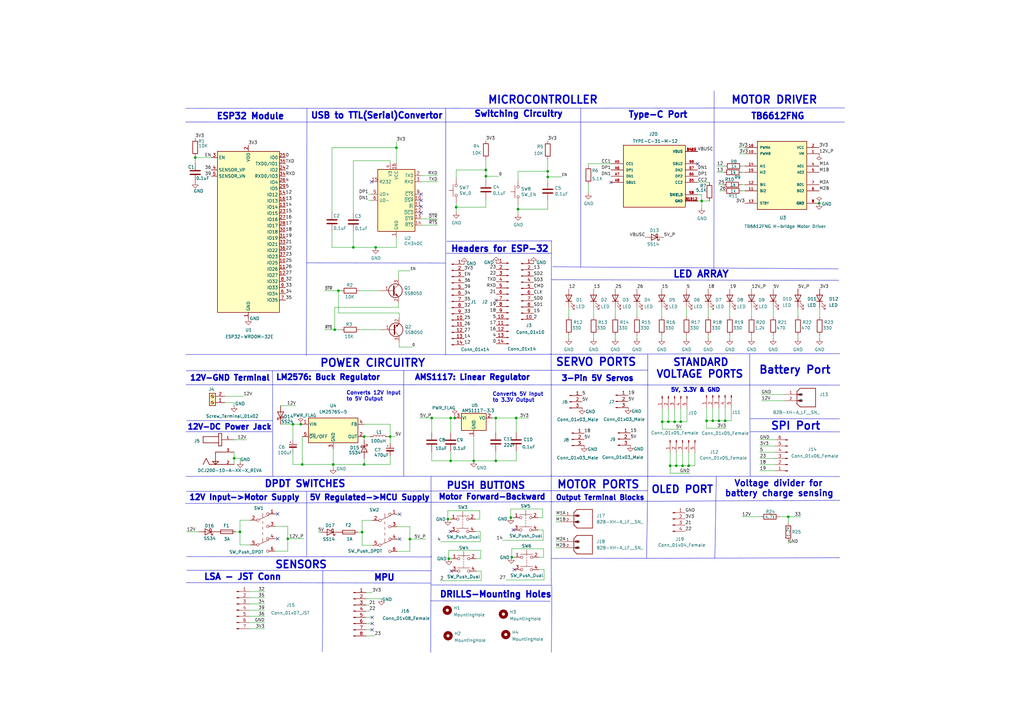
<source format=kicad_sch>
(kicad_sch (version 20250114) (generator "eeschema") (generator_version "9.0")
  (paper "A3")
  (lib_symbols
    (symbol "Connector:Conn_01x03_Pin" (pin_names (offset 1.016) (hide yes))
      (property "Reference" "J" (at 0 5.08 0))
      (property "Value" "Conn_01x03_Pin" (at 0 -5.08 0))
      (symbol "Conn_01x03_Pin_1_1"
        (pin passive line (at 5.08 2.54 180) (length 3.81) (name "Pin_1") (number "1"))
        (pin passive line (at 5.08 0 180) (length 3.81) (name "Pin_2") (number "2"))
        (pin passive line (at 5.08 -2.54 180) (length 3.81) (name "Pin_3") (number "3"))
      )
    )
    (symbol "Connector:Conn_01x04_Pin" (pin_names (offset 1.016) (hide yes))
      (property "Reference" "J" (at 0 5.08 0))
      (property "Value" "Conn_01x04_Pin" (at 0 -7.62 0))
      (symbol "Conn_01x04_Pin_1_1"
        (pin passive line (at 5.08 2.54 180) (length 3.81) (name "Pin_1") (number "1"))
        (pin passive line (at 5.08 0 180) (length 3.81) (name "Pin_2") (number "2"))
        (pin passive line (at 5.08 -2.54 180) (length 3.81) (name "Pin_3") (number "3"))
        (pin passive line (at 5.08 -5.08 180) (length 3.81) (name "Pin_4") (number "4"))
      )
    )
    (symbol "Connector:Conn_01x05_Male" (pin_names (offset 1.016) (hide yes))
      (property "Reference" "J" (at 0 7.62 0))
      (property "Value" "Conn_01x05_Male" (at 0 -7.62 0))
      (symbol "Conn_01x05_Male_1_1"
        (pin passive line (at 5.08 5.08 180) (length 3.81) (name "Pin_1") (number "1"))
        (pin passive line (at 5.08 2.54 180) (length 3.81) (name "Pin_2") (number "2"))
        (pin passive line (at 5.08 0 180) (length 3.81) (name "Pin_3") (number "3"))
        (pin passive line (at 5.08 -2.54 180) (length 3.81) (name "Pin_4") (number "4"))
        (pin passive line (at 5.08 -5.08 180) (length 3.81) (name "Pin_5") (number "5"))
      )
    )
    (symbol "Connector:Conn_01x06_Male" (pin_names (offset 1.016) (hide yes))
      (property "Reference" "J" (at 0 7.62 0))
      (property "Value" "Conn_01x06_Male" (at 0 -10.16 0))
      (symbol "Conn_01x06_Male_1_1"
        (pin passive line (at 5.08 5.08 180) (length 3.81) (name "Pin_1") (number "1"))
        (pin passive line (at 5.08 2.54 180) (length 3.81) (name "Pin_2") (number "2"))
        (pin passive line (at 5.08 0 180) (length 3.81) (name "Pin_3") (number "3"))
        (pin passive line (at 5.08 -2.54 180) (length 3.81) (name "Pin_4") (number "4"))
        (pin passive line (at 5.08 -5.08 180) (length 3.81) (name "Pin_5") (number "5"))
        (pin passive line (at 5.08 -7.62 180) (length 3.81) (name "Pin_6") (number "6"))
      )
    )
    (symbol "Connector:Conn_01x07_Male" (pin_names (offset 1.016) (hide yes))
      (property "Reference" "J" (at 0 10.16 0))
      (property "Value" "Conn_01x07_Male" (at 0 -10.16 0))
      (symbol "Conn_01x07_Male_1_1"
        (pin passive line (at 5.08 7.62 180) (length 3.81) (name "Pin_1") (number "1"))
        (pin passive line (at 5.08 5.08 180) (length 3.81) (name "Pin_2") (number "2"))
        (pin passive line (at 5.08 2.54 180) (length 3.81) (name "Pin_3") (number "3"))
        (pin passive line (at 5.08 0 180) (length 3.81) (name "Pin_4") (number "4"))
        (pin passive line (at 5.08 -2.54 180) (length 3.81) (name "Pin_5") (number "5"))
        (pin passive line (at 5.08 -5.08 180) (length 3.81) (name "Pin_6") (number "6"))
        (pin passive line (at 5.08 -7.62 180) (length 3.81) (name "Pin_7") (number "7"))
      )
    )
    (symbol "Connector:Conn_01x08_Pin" (pin_names (offset 1.016) (hide yes))
      (property "Reference" "J" (at 0 10.16 0))
      (property "Value" "Conn_01x08_Pin" (at 0 -12.7 0))
      (symbol "Conn_01x08_Pin_1_1"
        (pin passive line (at 5.08 7.62 180) (length 3.81) (name "Pin_1") (number "1"))
        (pin passive line (at 5.08 5.08 180) (length 3.81) (name "Pin_2") (number "2"))
        (pin passive line (at 5.08 2.54 180) (length 3.81) (name "Pin_3") (number "3"))
        (pin passive line (at 5.08 0 180) (length 3.81) (name "Pin_4") (number "4"))
        (pin passive line (at 5.08 -2.54 180) (length 3.81) (name "Pin_5") (number "5"))
        (pin passive line (at 5.08 -5.08 180) (length 3.81) (name "Pin_6") (number "6"))
        (pin passive line (at 5.08 -7.62 180) (length 3.81) (name "Pin_7") (number "7"))
        (pin passive line (at 5.08 -10.16 180) (length 3.81) (name "Pin_8") (number "8"))
      )
    )
    (symbol "Connector:Conn_01x10_Pin" (pin_names (offset 1.016) (hide yes))
      (property "Reference" "J" (at 0 12.7 0))
      (property "Value" "Conn_01x10_Pin" (at 0 -15.24 0))
      (symbol "Conn_01x10_Pin_1_1"
        (pin passive line (at 5.08 10.16 180) (length 3.81) (name "Pin_1") (number "1"))
        (pin passive line (at 5.08 7.62 180) (length 3.81) (name "Pin_2") (number "2"))
        (pin passive line (at 5.08 5.08 180) (length 3.81) (name "Pin_3") (number "3"))
        (pin passive line (at 5.08 2.54 180) (length 3.81) (name "Pin_4") (number "4"))
        (pin passive line (at 5.08 0 180) (length 3.81) (name "Pin_5") (number "5"))
        (pin passive line (at 5.08 -2.54 180) (length 3.81) (name "Pin_6") (number "6"))
        (pin passive line (at 5.08 -5.08 180) (length 3.81) (name "Pin_7") (number "7"))
        (pin passive line (at 5.08 -7.62 180) (length 3.81) (name "Pin_8") (number "8"))
        (pin passive line (at 5.08 -10.16 180) (length 3.81) (name "Pin_9") (number "9"))
        (pin passive line (at 5.08 -12.7 180) (length 3.81) (name "Pin_10") (number "10"))
      )
    )
    (symbol "Connector:Conn_01x14_Pin" (pin_names (offset 1.016) (hide yes))
      (property "Reference" "J" (at 0 17.78 0))
      (property "Value" "Conn_01x14_Pin" (at 0 -20.32 0))
      (symbol "Conn_01x14_Pin_1_1"
        (pin passive line (at 5.08 15.24 180) (length 3.81) (name "Pin_1") (number "1"))
        (pin passive line (at 5.08 12.7 180) (length 3.81) (name "Pin_2") (number "2"))
        (pin passive line (at 5.08 10.16 180) (length 3.81) (name "Pin_3") (number "3"))
        (pin passive line (at 5.08 7.62 180) (length 3.81) (name "Pin_4") (number "4"))
        (pin passive line (at 5.08 5.08 180) (length 3.81) (name "Pin_5") (number "5"))
        (pin passive line (at 5.08 2.54 180) (length 3.81) (name "Pin_6") (number "6"))
        (pin passive line (at 5.08 0 180) (length 3.81) (name "Pin_7") (number "7"))
        (pin passive line (at 5.08 -2.54 180) (length 3.81) (name "Pin_8") (number "8"))
        (pin passive line (at 5.08 -5.08 180) (length 3.81) (name "Pin_9") (number "9"))
        (pin passive line (at 5.08 -7.62 180) (length 3.81) (name "Pin_10") (number "10"))
        (pin passive line (at 5.08 -10.16 180) (length 3.81) (name "Pin_11") (number "11"))
        (pin passive line (at 5.08 -12.7 180) (length 3.81) (name "Pin_12") (number "12"))
        (pin passive line (at 5.08 -15.24 180) (length 3.81) (name "Pin_13") (number "13"))
        (pin passive line (at 5.08 -17.78 180) (length 3.81) (name "Pin_14") (number "14"))
      )
    )
    (symbol "Connector:Screw_Terminal_01x02" (pin_names (offset 1.016) (hide yes))
      (property "Reference" "J" (at 0 2.54 0))
      (property "Value" "Screw_Terminal_01x02" (at 0 -5.08 0))
      (symbol "Screw_Terminal_01x02_1_1"
        (pin passive line (at -5.08 0 0) (length 3.81) (name "Pin_1") (number "1"))
        (pin passive line (at -5.08 -2.54 0) (length 3.81) (name "Pin_2") (number "2"))
      )
    )
    (symbol "Device:C" (pin_numbers (hide yes)) (pin_names (offset 0.254))
      (property "Reference" "C" (at 0.635 2.54 0))
      (property "Value" "C" (at 0.635 -2.54 0))
      (symbol "C_1_1"
        (pin passive line (at 0 3.81 270) (length 2.794) (name "~") (number "1"))
        (pin passive line (at 0 -3.81 90) (length 2.794) (name "~") (number "2"))
      )
    )
    (symbol "Device:C_Polarized_Small" (pin_numbers (hide yes)) (pin_names (offset 0.254) (hide yes))
      (property "Reference" "C" (at 0.254 1.778 0))
      (property "Value" "C_Polarized_Small" (at 0.254 -2.032 0))
      (symbol "C_Polarized_Small_1_1"
        (pin passive line (at 0 2.54 270) (length 1.8542) (name "~") (number "1"))
        (pin passive line (at 0 -2.54 90) (length 1.8542) (name "~") (number "2"))
      )
    )
    (symbol "Device:Fuse" (pin_numbers (hide yes)) (pin_names (offset 0))
      (property "Reference" "F" (at 2.032 0 90))
      (property "Value" "Fuse" (at -1.905 0 90))
      (symbol "Fuse_1_1"
        (pin passive line (at 0 3.81 270) (length 1.27) (name "~") (number "1"))
        (pin passive line (at 0 -3.81 90) (length 1.27) (name "~") (number "2"))
      )
    )
    (symbol "Device:L" (pin_numbers (hide yes)) (pin_names (offset 1.016) (hide yes))
      (property "Reference" "L" (at -1.27 0 90))
      (property "Value" "L" (at 1.905 0 90))
      (symbol "L_1_1"
        (pin passive line (at 0 3.81 270) (length 1.27) (name "1") (number "1"))
        (pin passive line (at 0 -3.81 90) (length 1.27) (name "2") (number "2"))
      )
    )
    (symbol "Device:LED" (pin_numbers (hide yes)) (pin_names (offset 1.016) (hide yes))
      (property "Reference" "D" (at 0 2.54 0))
      (property "Value" "LED" (at 0 -2.54 0))
      (symbol "LED_1_1"
        (pin passive line (at -3.81 0 0) (length 2.54) (name "K") (number "1"))
        (pin passive line (at 3.81 0 180) (length 2.54) (name "A") (number "2"))
      )
    )
    (symbol "Device:R" (pin_numbers (hide yes)) (pin_names (offset 0))
      (property "Reference" "R" (at 2.032 0 90))
      (property "Value" "R" (at 0 0 90))
      (symbol "R_1_1"
        (pin passive line (at 0 3.81 270) (length 1.27) (name "~") (number "1"))
        (pin passive line (at 0 -3.81 90) (length 1.27) (name "~") (number "2"))
      )
    )
    (symbol "Diode:1N5822" (pin_numbers (hide yes)) (pin_names (offset 1.016) (hide yes))
      (property "Reference" "D" (at 0 2.54 0))
      (property "Value" "1N5822" (at 0 -2.54 0))
      (symbol "1N5822_1_1"
        (pin passive line (at -3.81 0 0) (length 2.54) (name "K") (number "1"))
        (pin passive line (at 3.81 0 180) (length 2.54) (name "A") (number "2"))
      )
    )
    (symbol "ESP32-S2-rescue:C-Device" (pin_numbers (hide yes)) (pin_names (offset 0.254))
      (property "Reference" "C" (at 0.635 2.54 0))
      (property "Value" "C-Device" (at 0.635 -2.54 0))
      (symbol "C-Device_1_1"
        (pin passive line (at 0 3.81 270) (length 2.794) (name "~") (number "1"))
        (pin passive line (at 0 -3.81 90) (length 2.794) (name "~") (number "2"))
      )
    )
    (symbol "ESP32-S2-rescue:CH340C-Interface_USB"
      (property "Reference" "U" (at -5.08 13.97 0))
      (property "Value" "CH340C-Interface_USB" (at 1.27 13.97 0))
      (symbol "CH340C-Interface_USB_1_1"
        (pin input line (at -10.16 7.62 0) (length 2.54) (name "R232") (number "15"))
        (pin bidirectional line (at -10.16 2.54 0) (length 2.54) (name "UD+") (number "5"))
        (pin bidirectional line (at -10.16 0 0) (length 2.54) (name "UD-") (number "6"))
        (pin no_connect line (at -7.62 -7.62 0) (length 2.54) (hide yes) (name "NC") (number "7"))
        (pin no_connect line (at -7.62 -10.16 0) (length 2.54) (hide yes) (name "NC") (number "8"))
        (pin passive line (at -2.54 15.24 270) (length 2.54) (name "V3") (number "4"))
        (pin power_in line (at 0 15.24 270) (length 2.54) (name "VCC") (number "16"))
        (pin power_in line (at 0 -15.24 90) (length 2.54) (name "GND") (number "1"))
        (pin output line (at 10.16 10.16 180) (length 2.54) (name "TXD") (number "2"))
        (pin input line (at 10.16 7.62 180) (length 2.54) (name "RXD") (number "3"))
        (pin input line (at 10.16 2.54 180) (length 2.54) (name "~{CTS}") (number "9"))
        (pin input line (at 10.16 0 180) (length 2.54) (name "~{DSR}") (number "10"))
        (pin input line (at 10.16 -2.54 180) (length 2.54) (name "~{RI}") (number "11"))
        (pin input line (at 10.16 -5.08 180) (length 2.54) (name "~{DCD}") (number "12"))
        (pin output line (at 10.16 -7.62 180) (length 2.54) (name "~{DTR}") (number "13"))
        (pin output line (at 10.16 -10.16 180) (length 2.54) (name "~{RTS}") (number "14"))
      )
    )
    (symbol "ESP32-S2-rescue:GND-power" (power) (pin_names (offset 0))
      (property "Value" "GND-power" (at 0 -3.81 0))
      (symbol "GND-power_1_1"
        (pin power_in line (at 0 0 270) (length 0) (hide yes) (name "GND") (number "1"))
      )
    )
    (symbol "ESP32-S2-rescue:R-Device" (pin_numbers (hide yes)) (pin_names (offset 0))
      (property "Reference" "R" (at 2.032 0 90))
      (property "Value" "R-Device" (at 0 0 90))
      (symbol "R-Device_1_1"
        (pin passive line (at 0 3.81 270) (length 1.27) (name "~") (number "1"))
        (pin passive line (at 0 -3.81 90) (length 1.27) (name "~") (number "2"))
      )
    )
    (symbol "ESP32-S2-rescue:SW_Push-Switch" (pin_numbers (hide yes)) (pin_names (offset 1.016) (hide yes))
      (property "Reference" "SW" (at 1.27 2.54 0))
      (property "Value" "SW_Push-Switch" (at 0 -1.524 0))
      (symbol "SW_Push-Switch_0_1"
        (pin passive line (at -5.08 0 0) (length 2.54) (name "1") (number "1"))
        (pin passive line (at 5.08 0 180) (length 2.54) (name "2") (number "2"))
      )
    )
    (symbol "ESP32-S2-rescue:TYPE-C-31-M-12-TYPE-C-31-M-12" (pin_names (offset 1.016))
      (property "Reference" "J" (at -12.7 13.462 0))
      (property "Value" "TYPE-C-31-M-12-TYPE-C-31-M-12" (at -12.7 -13.462 0))
      (symbol "TYPE-C-31-M-12-TYPE-C-31-M-12_0_0"
        (pin bidirectional line (at -17.78 5.08 0) (length 5.08) (name "CC1") (number "A5"))
        (pin bidirectional line (at -17.78 2.54 0) (length 5.08) (name "DP1") (number "A6"))
        (pin bidirectional line (at -17.78 0 0) (length 5.08) (name "DN1") (number "A7"))
        (pin bidirectional line (at -17.78 -2.54 0) (length 5.08) (name "SBU1") (number "A8"))
        (pin power_in line (at 17.78 10.16 180) (length 5.08) (name "VBUS") (number "A4B9"))
        (pin power_in line (at 17.78 10.16 180) (length 5.08) (name "VBUS") (number "B4A9"))
        (pin bidirectional line (at 17.78 5.08 180) (length 5.08) (name "SBU2") (number "B8"))
        (pin bidirectional line (at 17.78 2.54 180) (length 5.08) (name "DN2") (number "B7"))
        (pin bidirectional line (at 17.78 0 180) (length 5.08) (name "DP2") (number "B6"))
        (pin bidirectional line (at 17.78 -2.54 180) (length 5.08) (name "CC2") (number "B5"))
        (pin passive line (at 17.78 -7.62 180) (length 5.08) (name "SHIELD") (number "S1"))
        (pin passive line (at 17.78 -7.62 180) (length 5.08) (name "SHIELD") (number "S2"))
        (pin passive line (at 17.78 -7.62 180) (length 5.08) (name "SHIELD") (number "S3"))
        (pin passive line (at 17.78 -7.62 180) (length 5.08) (name "SHIELD") (number "S4"))
        (pin power_in line (at 17.78 -10.16 180) (length 5.08) (name "GND") (number "A1B12"))
        (pin power_in line (at 17.78 -10.16 180) (length 5.08) (name "GND") (number "B1A12"))
      )
    )
    (symbol "GND_1" (power) (pin_numbers (hide yes)) (pin_names (offset 0) (hide yes))
      (property "Value" "GND" (at 0 -3.81 0))
      (symbol "GND_1_1_1"
        (pin power_in line (at 0 0 270) (length 0) (name "~") (number "1"))
      )
    )
    (symbol "GND_2" (power) (pin_numbers (hide yes)) (pin_names (offset 0) (hide yes))
      (property "Value" "GND" (at 0 -3.81 0))
      (symbol "GND_2_1_1"
        (pin power_in line (at 0 0 270) (length 0) (name "~") (number "1"))
      )
    )
    (symbol "GND_3" (power) (pin_numbers (hide yes)) (pin_names (offset 0) (hide yes))
      (property "Value" "GND" (at 0 -3.81 0))
      (symbol "GND_3_1_1"
        (pin power_in line (at 0 0 270) (length 0) (name "~") (number "1"))
      )
    )
    (symbol "GND_6" (power) (pin_names (offset 0))
      (property "Value" "GND_6" (at 0 -3.81 0))
      (symbol "GND_6_1_1"
        (pin power_in line (at 0 0 270) (length 0) (hide yes) (name "GND") (number "1"))
      )
    )
    (symbol "GND_7" (power) (pin_numbers (hide yes)) (pin_names (offset 0) (hide yes))
      (property "Value" "GND" (at 0 -3.81 0))
      (symbol "GND_7_1_1"
        (pin power_in line (at 0 0 270) (length 0) (name "~") (number "1"))
      )
    )
    (symbol "MMBT8050:MMBT8050" (pin_names (offset 1.016))
      (property "Reference" "U" (at 6.35 -1.27 0))
      (property "Value" "MMBT8050" (at 8.89 3.81 0))
      (symbol "MMBT8050_1_1"
        (pin input line (at -6.35 0 0) (length 5.715) (name "~") (number "1"))
        (pin passive line (at 1.27 5.08 270) (length 2.54) (name "~") (number "3"))
        (pin passive line (at 1.27 -5.08 90) (length 2.54) (name "~") (number "2"))
      )
    )
    (symbol "Mechanical:MountingHole" (pin_names (offset 1.016))
      (property "Reference" "H" (at 0 5.08 0))
      (property "Value" "MountingHole" (at 0 3.175 0))
    )
    (symbol "Motor Drivers:TB6612FNG H-bridge" (pin_names (offset 1.016))
      (property "Reference" "U" (at -10.16 16.002 0))
      (property "Value" "TB6612FNG H-bridge" (at -10.16 -15.24 0))
      (symbol "TB6612FNG H-bridge_0_0"
        (pin input line (at -15.24 12.7 0) (length 5.08) (name "PWMA") (number "16"))
        (pin input line (at -15.24 10.16 0) (length 5.08) (name "PWMB") (number "10"))
        (pin input line (at -15.24 5.08 0) (length 5.08) (name "AI1") (number "14"))
        (pin input line (at -15.24 2.54 0) (length 5.08) (name "AI2") (number "15"))
        (pin input line (at -15.24 -2.54 0) (length 5.08) (name "BI1") (number "12"))
        (pin input line (at -15.24 -5.08 0) (length 5.08) (name "BI2") (number "11"))
        (pin input line (at -15.24 -10.16 0) (length 5.08) (name "STBY") (number "13"))
        (pin power_in line (at 15.24 12.7 180) (length 5.08) (name "VCC") (number "2"))
        (pin power_in line (at 15.24 10.16 180) (length 5.08) (name "VM") (number "1"))
        (pin output line (at 15.24 5.08 180) (length 5.08) (name "A01") (number "4"))
        (pin output line (at 15.24 2.54 180) (length 5.08) (name "A02") (number "5"))
        (pin output line (at 15.24 -2.54 180) (length 5.08) (name "B01") (number "7"))
        (pin output line (at 15.24 -5.08 180) (length 5.08) (name "B02") (number "6"))
        (pin power_in line (at 15.24 -10.16 180) (length 5.08) (name "GND") (number "3"))
        (pin power_in line (at 15.24 -10.16 180) (length 5.08) (name "GND") (number "8"))
        (pin power_in line (at 15.24 -10.16 180) (length 5.08) (name "GND") (number "9"))
      )
    )
    (symbol "PWR_FLAG_1" (power) (pin_numbers (hide yes)) (pin_names (offset 0) (hide yes))
      (property "Value" "PWR_FLAG" (at 0 3.81 0))
      (symbol "PWR_FLAG_1_0_0"
        (pin power_out line (at 0 0 90) (length 0) (name "~") (number "1"))
      )
    )
    (symbol "Power JST:B2B-XH-A_LF__SN_" (pin_names (offset 1.016))
      (property "Reference" "J" (at 0 6.35 0))
      (property "Value" "B2B-XH-A_LF__SN_" (at 0 -5.08 0))
      (symbol "B2B-XH-A_LF__SN__0_0"
        (pin passive line (at -5.08 2.54 0) (length 5.08) (name "1") (number "1"))
        (pin passive line (at -5.08 0 0) (length 5.08) (name "2") (number "2"))
      )
    )
    (symbol "RF_Module:ESP32-WROOM-32E"
      (property "Reference" "U" (at -12.7 34.29 0))
      (property "Value" "ESP32-WROOM-32E" (at 1.27 34.29 0))
      (symbol "ESP32-WROOM-32E_1_1"
        (pin input line (at -15.24 30.48 0) (length 2.54) (name "EN") (number "3"))
        (pin input line (at -15.24 25.4 0) (length 2.54) (name "SENSOR_VP") (number "4"))
        (pin input line (at -15.24 22.86 0) (length 2.54) (name "SENSOR_VN") (number "5"))
        (pin no_connect line (at -12.7 0 0) (length 2.54) (hide yes) (name "NC") (number "21"))
        (pin no_connect line (at -12.7 -2.54 0) (length 2.54) (hide yes) (name "NC") (number "22"))
        (pin no_connect line (at -12.7 -5.08 0) (length 2.54) (hide yes) (name "NC") (number "17"))
        (pin no_connect line (at -12.7 -7.62 0) (length 2.54) (hide yes) (name "NC") (number "18"))
        (pin no_connect line (at -12.7 -10.16 0) (length 2.54) (hide yes) (name "NC") (number "20"))
        (pin no_connect line (at -12.7 -12.7 0) (length 2.54) (hide yes) (name "NC") (number "19"))
        (pin no_connect line (at -12.7 -27.94 0) (length 2.54) (hide yes) (name "NC") (number "32"))
        (pin power_in line (at 0 35.56 270) (length 2.54) (name "VDD") (number "2"))
        (pin power_in line (at 0 -35.56 90) (length 2.54) (name "GND") (number "1"))
        (pin passive line (at 0 -35.56 90) (length 2.54) (hide yes) (name "GND") (number "15"))
        (pin passive line (at 0 -35.56 90) (length 2.54) (hide yes) (name "GND") (number "38"))
        (pin passive line (at 0 -35.56 90) (length 2.54) (hide yes) (name "GND") (number "39"))
        (pin bidirectional line (at 15.24 30.48 180) (length 2.54) (name "IO0") (number "25"))
        (pin bidirectional line (at 15.24 27.94 180) (length 2.54) (name "TXD0/IO1") (number "35"))
        (pin bidirectional line (at 15.24 25.4 180) (length 2.54) (name "IO2") (number "24"))
        (pin bidirectional line (at 15.24 22.86 180) (length 2.54) (name "RXD0/IO3") (number "34"))
        (pin bidirectional line (at 15.24 20.32 180) (length 2.54) (name "IO4") (number "26"))
        (pin bidirectional line (at 15.24 17.78 180) (length 2.54) (name "IO5") (number "29"))
        (pin bidirectional line (at 15.24 15.24 180) (length 2.54) (name "IO12") (number "14"))
        (pin bidirectional line (at 15.24 12.7 180) (length 2.54) (name "IO13") (number "16"))
        (pin bidirectional line (at 15.24 10.16 180) (length 2.54) (name "IO14") (number "13"))
        (pin bidirectional line (at 15.24 7.62 180) (length 2.54) (name "IO15") (number "23"))
        (pin bidirectional line (at 15.24 5.08 180) (length 2.54) (name "IO16") (number "27"))
        (pin bidirectional line (at 15.24 2.54 180) (length 2.54) (name "IO17") (number "28"))
        (pin bidirectional line (at 15.24 0 180) (length 2.54) (name "IO18") (number "30"))
        (pin bidirectional line (at 15.24 -2.54 180) (length 2.54) (name "IO19") (number "31"))
        (pin bidirectional line (at 15.24 -5.08 180) (length 2.54) (name "IO21") (number "33"))
        (pin bidirectional line (at 15.24 -7.62 180) (length 2.54) (name "IO22") (number "36"))
        (pin bidirectional line (at 15.24 -10.16 180) (length 2.54) (name "IO23") (number "37"))
        (pin bidirectional line (at 15.24 -12.7 180) (length 2.54) (name "IO25") (number "10"))
        (pin bidirectional line (at 15.24 -15.24 180) (length 2.54) (name "IO26") (number "11"))
        (pin bidirectional line (at 15.24 -17.78 180) (length 2.54) (name "IO27") (number "12"))
        (pin bidirectional line (at 15.24 -20.32 180) (length 2.54) (name "IO32") (number "8"))
        (pin bidirectional line (at 15.24 -22.86 180) (length 2.54) (name "IO33") (number "9"))
        (pin input line (at 15.24 -25.4 180) (length 2.54) (name "IO34") (number "6"))
        (pin input line (at 15.24 -27.94 180) (length 2.54) (name "IO35") (number "7"))
      )
    )
    (symbol "Regulator_Linear:AMS1117-3.3" (pin_names (offset 0.254))
      (property "Reference" "U" (at -3.81 3.175 0))
      (property "Value" "AMS1117-3.3" (at 0 3.175 0))
      (symbol "AMS1117-3.3_1_1"
        (pin power_in line (at -7.62 0 0) (length 2.54) (name "VI") (number "3"))
        (pin power_in line (at 0 -7.62 90) (length 2.54) (name "GND") (number "1"))
        (pin power_out line (at 7.62 0 180) (length 2.54) (name "VO") (number "2"))
      )
    )
    (symbol "Regulator_Switching:LM2576S-5" (pin_names (offset 0.254))
      (property "Reference" "U" (at -10.16 6.35 0))
      (property "Value" "LM2576S-5" (at 0 6.35 0))
      (symbol "LM2576S-5_1_1"
        (pin power_in line (at -12.7 2.54 0) (length 2.54) (name "VIN") (number "1"))
        (pin input line (at -12.7 -2.54 0) (length 2.54) (name "~{ON}/OFF") (number "5"))
        (pin power_in line (at 0 -7.62 90) (length 2.54) (name "GND") (number "3"))
        (pin input line (at 12.7 2.54 180) (length 2.54) (name "FB") (number "4"))
        (pin output line (at 12.7 -2.54 180) (length 2.54) (name "OUT") (number "2"))
      )
    )
    (symbol "Switch:SW_Push_DPDT" (pin_names (offset 0) (hide yes))
      (property "Reference" "SW" (at 0 8.89 0))
      (property "Value" "SW_Push_DPDT" (at 0 -10.16 0))
      (symbol "SW_Push_DPDT_1_1"
        (pin passive line (at -5.08 5.08 0) (length 2.54) (name "B") (number "2"))
        (pin passive line (at -5.08 -5.08 0) (length 2.54) (name "B") (number "5"))
        (pin passive line (at 5.08 7.62 180) (length 2.54) (name "A") (number "1"))
        (pin passive line (at 5.08 2.54 180) (length 2.54) (name "C") (number "3"))
        (pin passive line (at 5.08 -2.54 180) (length 2.54) (name "A") (number "4"))
        (pin passive line (at 5.08 -7.62 180) (length 2.54) (name "C") (number "6"))
      )
    )
    (symbol "Switch:SW_Push_Dual" (pin_names (offset 1.016) (hide yes))
      (property "Reference" "SW" (at 1.27 2.54 0))
      (property "Value" "SW_Push_Dual" (at 0 -6.858 0))
      (symbol "SW_Push_Dual_0_1"
        (pin passive line (at -5.08 0 0) (length 2.54) (name "1") (number "1"))
        (pin passive line (at -5.08 -5.08 0) (length 2.54) (name "3") (number "3"))
        (pin passive line (at 5.08 0 180) (length 2.54) (name "2") (number "2"))
        (pin passive line (at 5.08 -5.08 180) (length 2.54) (name "4") (number "4"))
      )
    )
    (symbol "dc_power_jack:DCJ200-10-A-XX-X_REVA" (pin_names (offset 1.016) (hide yes))
      (property "Reference" "J" (at -5.08 7.62 0))
      (property "Value" "DCJ200-10-A-XX-X_REVA" (at -5.08 -7.62 0))
      (symbol "DCJ200-10-A-XX-X_REVA_0_0"
        (pin passive line (at 7.62 5.08 180) (length 5.08) (name "~") (number "1"))
        (pin passive line (at 7.62 0 180) (length 5.08) (name "~") (number "3"))
        (pin passive line (at 7.62 -5.08 180) (length 5.08) (name "~") (number "2"))
      )
    )
    (symbol "power:GND" (power) (pin_names (offset 0))
      (property "Value" "GND" (at 0 -3.81 0))
      (symbol "GND_1_1"
        (pin power_in line (at 0 0 270) (length 0) (hide yes) (name "GND") (number "1"))
      )
    )
    (symbol "power:PWR_FLAG" (power) (pin_numbers (hide yes)) (pin_names (offset 0) (hide yes))
      (property "Value" "PWR_FLAG" (at 0 3.81 0))
      (symbol "PWR_FLAG_0_0"
        (pin power_out line (at 0 0 90) (length 0) (name "pwr") (number "1"))
      )
    )
  )
  (text "MICROCONTROLLER" (at 199.898 42.926 0) (effects (font (size 3.175 3.175) (thickness 0.6) (bold yes)) (justify left bottom)))
  (text "MOTOR PORTS\n\n" (at 228.2698 205.8162 0) (effects (font (size 3.175 3.175) (thickness 0.6) (bold yes)) (justify left bottom)))
  (text "LSA - JST Conn\n" (at 83.4644 238.2012 0) (effects (font (size 2.54 2.54) (thickness 0.6) (bold yes)) (justify left bottom)))
  (text "LM2576: Buck Regulator" (at 113.03 156.21 0) (effects (font (size 2.286 2.286) (thickness 0.6) (bold yes)) (justify left bottom)))
  (text "SPI Port\n" (at 315.976 176.6316 0) (effects (font (size 3.175 3.175) (thickness 0.6) (bold yes)) (justify left bottom)))
  (text "   Voltage divider for \n battery charge sensing\n" (at 295.1988 203.9112 0) (effects (font (size 2.54 2.54) (bold yes)) (justify left bottom)))
  (text "SENSORS" (at 112.649 233.4768 0) (effects (font (size 3.048 3.048) (thickness 0.6) (bold yes)) (justify left bottom)))
  (text "Headers for ESP-32" (at 184.785 103.6574 0) (effects (font (size 2.54 2.54) (thickness 0.6) (bold yes)) (justify left bottom)))
  (text "Output Terminal Blocks" (at 227.8126 205.4098 0) (effects (font (size 2.032 2.032) (thickness 0.6) (bold yes)) (justify left bottom)))
  (text "   STANDARD \nVOLTAGE PORTS" (at 268.986 155.321 0) (effects (font (size 3 3) (thickness 0.6) (bold yes)) (justify left bottom)))
  (text "3-Pin 5V Servos" (at 230.0986 156.6164 0) (effects (font (size 2.286 2.286) (thickness 0.6) (bold yes)) (justify left bottom)))
  (text "5V, 3.3V & GND" (at 275.0058 161.0106 0) (effects (font (size 1.651 1.651) (thickness 0.6) (bold yes)) (justify left bottom)))
  (text "LED ARRAY" (at 275.8948 114.1984 0) (effects (font (size 2.794 2.794) (thickness 0.6) (bold yes)) (justify left bottom)))
  (text "12V-GND Terminal" (at 77.724 156.464 0) (effects (font (size 2.286 2.286) (thickness 0.6) (bold yes)) (justify left bottom)))
  (text "12V-DC Power Jack" (at 76.708 176.53 0) (effects (font (size 2.2352 2.2352) (thickness 0.6) (bold yes)) (justify left bottom)))
  (text "SERVO PORTS" (at 227.7364 150.4696 0) (effects (font (size 3.175 3.175) (thickness 0.6) (bold yes)) (justify left bottom)))
  (text "AMS1117: Linear Regulator" (at 169.926 156.21 0) (effects (font (size 2.286 2.286) (thickness 0.6) (bold yes)) (justify left bottom)))
  (text "Converts 12V Input \nto 5V Output" (at 141.986 164.592 0) (effects (font (size 1.524 1.524) (bold yes)) (justify left bottom)))
  (text "DRILLS-Mounting Holes" (at 180.1876 245.3894 0) (effects (font (size 2.54 2.54) (thickness 0.6) (bold yes)) (justify left bottom)))
  (text "MOTOR DRIVER\n" (at 299.72 42.926 0) (effects (font (size 3.175 3.175) (thickness 0.6) (bold yes)) (justify left bottom)))
  (text "ESP32 Module" (at 88.646 49.276 0) (effects (font (size 2.54 2.54) (thickness 0.6) (bold yes)) (justify left bottom)))
  (text "USB to TTL(Serial)Convertor" (at 127.3048 48.9712 0) (effects (font (size 2.54 2.54) (thickness 0.6) (bold yes)) (justify left bottom)))
  (text "POWER CIRCUITRY" (at 131.064 150.876 0) (effects (font (size 3.175 3.175) (thickness 0.6) (bold yes)) (justify left bottom)))
  (text "Switching Circuitry\n" (at 194.3354 48.2854 0) (effects (font (size 2.54 2.54) (thickness 0.6) (bold yes)) (justify left bottom)))
  (text "Converts 5V Input \nto 3.3V Output" (at 201.93 165.1 0) (effects (font (size 1.524 1.524) (bold yes)) (justify left bottom)))
  (text "TB6612FNG\n" (at 307.848 47.752 0) (effects (font (size 2.54 2.54) (thickness 0.6) (bold yes)) (justify left)))
  (text "OLED PORT" (at 266.954 202.6158 0) (effects (font (size 3 3) (thickness 0.6) (bold yes)) (justify left bottom)))
  (text "Motor Forward-Backward" (at 179.6796 205.232 0) (effects (font (size 2.286 2.286) (thickness 0.6) (bold yes)) (justify left bottom)))
  (text "PUSH BUTTONS" (at 182.9308 200.8886 0) (effects (font (size 2.794 2.794) (thickness 0.6) (bold yes)) (justify left bottom)))
  (text "MPU" (at 153.1874 238.4806 0) (effects (font (size 2.54 2.54) (thickness 0.6) (bold yes)) (justify left bottom)))
  (text "Type-C Port\n" (at 257.5814 48.641 0) (effects (font (size 2.54 2.54) (thickness 0.6) (bold yes)) (justify left bottom)))
  (text "DPDT SWITCHES" (at 108.2802 200.1774 0) (effects (font (size 2.794 2.794) (thickness 0.6) (bold yes)) (justify left bottom)))
  (text "Battery Port" (at 311.1246 153.67 0) (effects (font (size 3.175 3.175) (thickness 0.6) (bold yes)) (justify left bottom)))
  (text "5V Regulated->MCU Supply" (at 126.7968 205.5114 0) (effects (font (size 2.286 2.286) (thickness 0.6) (bold yes)) (justify left bottom)))
  (text "12V Input->Motor Supply" (at 77.4446 205.4606 0) (effects (font (size 2.286 2.286) (thickness 0.6) (bold yes)) (justify left bottom)))
  (junction (at 184.8358 171.45))
  (junction (at 224.663 70.2818))
  (junction (at 162.5854 60.579))
  (junction (at 224.663 72.5678))
  (junction (at 294.8686 172.593))
  (junction (at 194.31 189.0268))
  (junction (at 177.0888 171.45))
  (junction (at 209.4992 212.2932))
  (junction (at 335.9912 83.3628))
  (junction (at 154.0764 101.473))
  (junction (at 123.952 190.5))
  (junction (at 120.142 173.99))
  (junction (at 276.6822 172.974))
  (junction (at 149.352 190.5))
  (junction (at 279.9334 191.0334))
  (junction (at 184.0738 229.1334))
  (junction (at 209.8802 228.5492))
  (junction (at 211.709 171.45))
  (junction (at 199.2884 72.263))
  (junction (at 287.8074 82.423))
  (junction (at 123.3424 173.99))
  (junction (at 160.02 179.07))
  (junction (at 282.4734 191.0334))
  (junction (at 203.3524 171.45))
  (junction (at 118.0338 220.98))
  (junction (at 144.9324 101.473))
  (junction (at 148.5138 218.2622))
  (junction (at 297.4086 172.593))
  (junction (at 203.3524 189.0268))
  (junction (at 199.2884 69.723))
  (junction (at 274.8534 191.0334))
  (junction (at 80.0608 64.6176))
  (junction (at 98.425 218.1352))
  (junction (at 149.352 179.07))
  (junction (at 137.287 135.2296))
  (junction (at 271.6022 172.974))
  (junction (at 289.7886 172.593))
  (junction (at 323.3166 211.9376))
  (junction (at 292.3286 172.593))
  (junction (at 277.3934 191.0334))
  (junction (at 279.2222 172.974))
  (junction (at 186.4868 171.45))
  (junction (at 212.471 85.7758))
  (junction (at 96.012 187.96))
  (junction (at 187.0964 84.963))
  (junction (at 138.811 119.2276))
  (junction (at 136.652 190.5))
  (junction (at 183.6928 212.9028))
  (junction (at 274.1422 172.974))
  (junction (at 168.1226 221.107))
  (junction (at 184.8358 189.0268))
  (no_connect (at 172.7454 84.709))
  (no_connect (at 172.7454 79.629))
  (no_connect (at 163.957 210.9216))
  (no_connect (at 152.654 255.7526))
  (no_connect (at 250.5964 74.803))
  (no_connect (at 286.1564 67.183))
  (no_connect (at 152.654 253.2126))
  (no_connect (at 185.1152 234.2134))
  (no_connect (at 113.8682 220.9546))
  (no_connect (at 172.7454 87.249))
  (no_connect (at 172.7454 82.169))
  (no_connect (at 152.654 258.2926))
  (no_connect (at 184.7342 217.9828))
  (no_connect (at 163.957 221.0816))
  (no_connect (at 210.9216 233.6292))
  (no_connect (at 203.4794 123.19))
  (no_connect (at 113.8682 210.7946))
  (no_connect (at 210.5406 217.3732))
  (no_connect (at 152.4254 74.549))
  (wire (pts (xy 212.471 83.7438) (xy 212.471 85.7758)))
  (wire (pts (xy 212.471 85.7758) (xy 212.471 87.8078)))
  (wire (pts (xy 184.8358 185.1406) (xy 184.8358 189.0268)))
  (wire (pts (xy 317.9572 182.9308) (xy 311.6072 182.9308)))
  (wire (pts (xy 274.8534 191.0334) (xy 274.8534 194.0814)))
  (wire (pts (xy 287.8074 82.423) (xy 290.9824 82.423)))
  (wire (pts (xy 241.3254 67.183) (xy 241.3254 67.945)))
  (wire (pts (xy 209.7278 228.5492) (xy 209.8802 228.5492)))
  (wire (pts (xy 209.8802 228.5492) (xy 209.8802 225.0948)))
  (wire (pts (xy 153.6446 260.8326) (xy 153.6446 260.8072)))
  (polyline (pts (xy 111.76 152.0444) (xy 111.8616 195.2244)))
  (wire (pts (xy 120.142 173.99) (xy 120.142 180.34)))
  (wire (pts (xy 271.399 137.541) (xy 271.399 138.811)))
  (wire (pts (xy 233.299 137.541) (xy 233.299 138.811)))
  (wire (pts (xy 187.0964 69.723) (xy 199.2884 69.723)))
  (polyline (pts (xy 226.314 240.1824) (xy 226.1616 267.5382)))
  (wire (pts (xy 274.1422 172.974) (xy 276.6822 172.974)))
  (wire (pts (xy 282.4734 191.0334) (xy 285.0134 191.0334)))
  (wire (pts (xy 160.0454 66.929) (xy 160.0454 65.913)))
  (wire (pts (xy 172.7454 89.789) (xy 179.4764 89.789)))
  (wire (pts (xy 196.7484 209.4484) (xy 196.7484 212.9028)))
  (wire (pts (xy 154.0764 101.473) (xy 162.5854 101.473)))
  (polyline (pts (xy 176.9364 239.9284) (xy 226.0854 240.03)))
  (wire (pts (xy 151.4348 250.6726) (xy 150.114 250.6726)))
  (wire (pts (xy 271.6022 172.974) (xy 271.6022 176.022)))
  (wire (pts (xy 196.9516 217.9828) (xy 194.8942 217.9828)))
  (wire (pts (xy 199.2884 72.263) (xy 204.6224 72.263)))
  (wire (pts (xy 222.758 217.3732) (xy 220.7006 217.3732)))
  (wire (pts (xy 184.8358 171.45) (xy 186.4868 171.45)))
  (wire (pts (xy 271.6022 172.974) (xy 274.1422 172.974)))
  (wire (pts (xy 281.7622 172.974) (xy 281.7622 167.6146)))
  (wire (pts (xy 271.399 126.111) (xy 271.399 129.921)))
  (wire (pts (xy 162.941 221.0816) (xy 163.957 221.0816)))
  (wire (pts (xy 184.0738 229.1334) (xy 185.1152 229.1334)))
  (wire (pts (xy 243.459 126.111) (xy 243.459 129.921)))
  (wire (pts (xy 92.202 165.1) (xy 96.012 165.1)))
  (wire (pts (xy 304.3682 211.9376) (xy 311.9882 211.9376)))
  (wire (pts (xy 203.3524 171.45) (xy 211.709 171.45)))
  (wire (pts (xy 150.114 255.7526) (xy 152.654 255.7526)))
  (wire (pts (xy 102.2096 257.8608) (xy 108.5596 257.8608)))
  (wire (pts (xy 252.349 126.111) (xy 252.349 129.921)))
  (wire (pts (xy 203.3524 189.0268) (xy 211.709 189.0268)))
  (wire (pts (xy 323.3166 211.9376) (xy 328.4982 211.9376)))
  (wire (pts (xy 250.5964 67.183) (xy 241.3254 67.183)))
  (wire (pts (xy 136.652 190.5) (xy 149.352 190.5)))
  (wire (pts (xy 211.709 177.3936) (xy 211.709 171.45)))
  (wire (pts (xy 80.0354 64.6176) (xy 80.0608 64.6176)))
  (wire (pts (xy 194.8942 212.9028) (xy 196.7484 212.9028)))
  (wire (pts (xy 163.449 114.1476) (xy 163.449 111.0996)))
  (wire (pts (xy 183.6928 212.9028) (xy 184.7342 212.9028)))
  (wire (pts (xy 80.0608 64.6176) (xy 86.6394 64.6176)))
  (wire (pts (xy 209.8802 228.5492) (xy 210.9216 228.5492)))
  (polyline (pts (xy 76.5302 228.2698) (xy 176.8094 228.4476)))
  (wire (pts (xy 195.2752 229.1334) (xy 197.1294 229.1334)))
  (wire (pts (xy 274.1422 167.6146) (xy 274.1422 172.974)))
  (wire (pts (xy 120.142 185.42) (xy 120.142 190.5)))
  (wire (pts (xy 150.114 245.5926) (xy 156.464 245.5926)))
  (wire (pts (xy 187.0964 73.025) (xy 187.0964 69.723)))
  (wire (pts (xy 274.8534 191.0334) (xy 277.3934 191.0334)))
  (wire (pts (xy 207.4672 237.8964) (xy 208.534 237.8964)))
  (polyline (pts (xy 292.8874 37.2872) (xy 292.8112 109.9566)))
  (wire (pts (xy 112.8522 210.7946) (xy 113.8682 210.7946)))
  (wire (pts (xy 150.114 253.2126) (xy 152.654 253.2126)))
  (wire (pts (xy 138.811 128.3716) (xy 138.811 119.2276)))
  (wire (pts (xy 271.6022 167.6146) (xy 271.6022 172.974)))
  (polyline (pts (xy 182.8292 44.3738) (xy 182.7276 145.3896)))
  (polyline (pts (xy 76.2 50.038) (xy 76.454 50.038)))
  (wire (pts (xy 224.663 72.5678) (xy 224.663 74.5998)))
  (wire (pts (xy 96.012 187.96) (xy 96.012 190.5)))
  (wire (pts (xy 138.811 119.2276) (xy 133.223 119.2276)))
  (polyline (pts (xy 226.06 145.288) (xy 182.4736 145.4404)))
  (wire (pts (xy 289.7886 172.593) (xy 289.7886 175.641)))
  (wire (pts (xy 292.3286 167.2336) (xy 292.3286 172.593)))
  (wire (pts (xy 286.1564 79.883) (xy 287.8074 79.883)))
  (wire (pts (xy 304.3936 78.2828) (xy 305.5112 78.2828)))
  (wire (pts (xy 281.559 126.111) (xy 281.559 129.921)))
  (wire (pts (xy 184.8358 171.45) (xy 184.8358 177.5206)))
  (wire (pts (xy 148.5138 223.6216) (xy 152.781 223.6216)))
  (wire (pts (xy 222.5548 208.7626) (xy 222.5548 212.2932)))
  (wire (pts (xy 317.119 126.111) (xy 317.119 129.921)))
  (wire (pts (xy 96.012 187.96) (xy 98.552 187.96)))
  (polyline (pts (xy 343.8144 110.2868) (xy 226.695 109.4232)))
  (wire (pts (xy 146.8628 218.2622) (xy 148.5138 218.2622)))
  (wire (pts (xy 102.6922 213.3346) (xy 98.425 213.3346)))
  (wire (pts (xy 289.7886 172.593) (xy 292.3286 172.593)))
  (wire (pts (xy 317.9572 185.4708) (xy 311.6072 185.4708)))
  (polyline (pts (xy 226.3394 98.806) (xy 183.2356 98.933)))
  (wire (pts (xy 118.0338 220.98) (xy 118.0338 226.0346)))
  (wire (pts (xy 206.2226 221.6404) (xy 208.153 221.6404)))
  (polyline (pts (xy 344.4494 195.453) (xy 307.8226 195.3514)))
  (polyline (pts (xy 165.6334 151.9428) (xy 165.5826 195.2244)))
  (wire (pts (xy 282.4734 185.674) (xy 282.4734 191.0334)))
  (wire (pts (xy 187.0964 84.963) (xy 187.0964 86.995)))
  (wire (pts (xy 228.0158 222.0976) (xy 230.2764 222.123)))
  (wire (pts (xy 224.663 70.2818) (xy 224.663 72.5678)))
  (wire (pts (xy 292.3286 172.593) (xy 294.8686 172.593)))
  (wire (pts (xy 112.8522 215.8746) (xy 118.0338 215.8746)))
  (wire (pts (xy 172.212 171.45) (xy 177.0888 171.45)))
  (wire (pts (xy 96.012 165.1) (xy 96.012 166.37)))
  (polyline (pts (xy 176.784 195.3514) (xy 176.8094 228.4476)))
  (wire (pts (xy 323.3166 223.0374) (xy 323.3166 221.996)))
  (wire (pts (xy 299.339 137.541) (xy 299.339 138.811)))
  (wire (pts (xy 160.02 179.07) (xy 162.052 179.07)))
  (wire (pts (xy 289.7886 175.641) (xy 297.8658 175.641)))
  (wire (pts (xy 303.022 60.5028) (xy 305.5112 60.5028)))
  (wire (pts (xy 144.9324 65.913) (xy 144.9324 87.249)))
  (wire (pts (xy 286.1564 82.423) (xy 287.8074 82.423)))
  (wire (pts (xy 223.139 233.6292) (xy 221.0816 233.6292)))
  (wire (pts (xy 148.5138 213.4616) (xy 148.5138 218.2622)))
  (wire (pts (xy 312.2422 161.798) (xy 321.7926 161.798)))
  (wire (pts (xy 144.9324 94.869) (xy 144.9324 101.473)))
  (wire (pts (xy 241.3254 79.121) (xy 241.3254 75.565)))
  (wire (pts (xy 160.02 179.07) (xy 160.02 181.864)))
  (wire (pts (xy 294.0304 70.6628) (xy 296.7736 70.6628)))
  (wire (pts (xy 308.229 126.111) (xy 308.229 129.921)))
  (wire (pts (xy 102.2096 242.6208) (xy 108.5596 242.6208)))
  (wire (pts (xy 177.0888 171.45) (xy 177.0888 177.5206)))
  (wire (pts (xy 186.4868 170.7388) (xy 186.4868 171.45)))
  (wire (pts (xy 144.9324 101.473) (xy 136.1694 101.473)))
  (wire (pts (xy 168.1226 221.107) (xy 168.1226 226.1616)))
  (wire (pts (xy 172.7454 92.329) (xy 179.4764 92.329)))
  (wire (pts (xy 130.4544 218.2622) (xy 131.6228 218.2622)))
  (wire (pts (xy 290.449 137.541) (xy 290.449 138.811)))
  (wire (pts (xy 274.8534 185.674) (xy 274.8534 191.0334)))
  (wire (pts (xy 137.287 126.0856) (xy 137.287 135.2296)))
  (polyline (pts (xy 132.3848 234.0864) (xy 132.2324 267.2588)))
  (wire (pts (xy 199.2884 84.963) (xy 187.0964 84.963)))
  (wire (pts (xy 177.0888 185.1406) (xy 177.0888 189.0268)))
  (wire (pts (xy 184.8358 189.0268) (xy 194.31 189.0268)))
  (wire (pts (xy 208.153 221.6404) (xy 222.758 221.615)))
  (polyline (pts (xy 283.0068 229.0064) (xy 283.0068 229.108)))
  (wire (pts (xy 276.6822 172.974) (xy 279.2222 172.974)))
  (wire (pts (xy 136.1694 101.473) (xy 136.1694 94.742)))
  (polyline (pts (xy 226.2124 103.8606) (xy 182.9054 103.9114)))
  (polyline (pts (xy 182.7276 107.8738) (xy 125.7554 107.823)))
  (wire (pts (xy 297.4086 172.593) (xy 299.9486 172.593)))
  (wire (pts (xy 304.6476 68.1228) (xy 305.5112 68.1228)))
  (wire (pts (xy 220.7006 212.2932) (xy 222.5548 212.2932)))
  (wire (pts (xy 139.827 135.2296) (xy 137.287 135.2296)))
  (wire (pts (xy 279.9334 185.674) (xy 279.9334 191.0334)))
  (polyline (pts (xy 265.7094 201.2442) (xy 76.4794 201.549)))
  (wire (pts (xy 199.2884 69.723) (xy 199.2884 72.263)))
  (wire (pts (xy 196.9516 222.1992) (xy 196.9516 217.9828)))
  (wire (pts (xy 123.952 190.5) (xy 136.652 190.5)))
  (wire (pts (xy 177.0888 189.0268) (xy 184.8358 189.0268)))
  (polyline (pts (xy 76.3778 238.9632) (xy 176.657 239.141)))
  (wire (pts (xy 290.449 126.111) (xy 290.449 129.921)))
  (polyline (pts (xy 265.6586 145.2372) (xy 265.684 195.3514)))
  (wire (pts (xy 294.8686 167.2336) (xy 294.8686 172.593)))
  (wire (pts (xy 304.3936 70.6628) (xy 305.5112 70.6628)))
  (wire (pts (xy 151.4348 250.571) (xy 151.384 250.571)))
  (wire (pts (xy 162.5854 66.929) (xy 162.5854 60.579)))
  (wire (pts (xy 150.114 248.1326) (xy 151.384 248.1326)))
  (wire (pts (xy 80.0608 64.6176) (xy 80.0608 66.9544)))
  (wire (pts (xy 168.1226 226.1616) (xy 162.941 226.1616)))
  (wire (pts (xy 312.3438 164.338) (xy 321.7926 164.338)))
  (wire (pts (xy 222.758 221.615) (xy 222.758 217.3732)))
  (wire (pts (xy 139.827 119.2276) (xy 138.811 119.2276)))
  (wire (pts (xy 102.2096 252.7808) (xy 108.5596 252.7808)))
  (wire (pts (xy 227.9396 224.663) (xy 230.2764 224.663)))
  (wire (pts (xy 297.4086 167.2336) (xy 297.4086 172.593)))
  (wire (pts (xy 118.0338 226.0346) (xy 112.8522 226.0346)))
  (polyline (pts (xy 226.0854 229.0572) (xy 344.3478 228.7778)))
  (wire (pts (xy 194.31 189.0268) (xy 203.3524 189.0268)))
  (wire (pts (xy 147.447 119.2276) (xy 155.829 119.2276)))
  (polyline (pts (xy 182.7276 145.3896) (xy 76.1492 145.3896)))
  (wire (pts (xy 98.425 223.4946) (xy 102.6922 223.4946)))
  (wire (pts (xy 327.279 126.111) (xy 327.279 129.921)))
  (wire (pts (xy 183.6928 212.9028) (xy 183.6928 209.4484)))
  (wire (pts (xy 163.703 130.1496) (xy 163.703 128.3716)))
  (wire (pts (xy 199.2884 72.263) (xy 199.2884 74.041)))
  (polyline (pts (xy 125.6538 145.796) (xy 125.9078 44.45)))
  (wire (pts (xy 211.709 171.45) (xy 216.8906 171.45)))
  (wire (pts (xy 261.239 126.111) (xy 261.239 129.921)))
  (wire (pts (xy 96.7994 218.1352) (xy 98.425 218.1352)))
  (wire (pts (xy 162.941 210.9216) (xy 163.957 210.9216)))
  (wire (pts (xy 102.2096 247.7008) (xy 108.5596 247.7008)))
  (wire (pts (xy 136.652 184.15) (xy 136.652 190.5)))
  (polyline (pts (xy 226.1108 194.4624) (xy 226.0854 240.03)))
  (wire (pts (xy 148.5138 218.2622) (xy 148.5138 223.6216)))
  (wire (pts (xy 209.4992 212.2932) (xy 210.5406 212.2932)))
  (wire (pts (xy 149.352 179.07) (xy 151.7396 179.07)))
  (polyline (pts (xy 176.5808 246.4562) (xy 225.7298 246.5578)))
  (wire (pts (xy 160.02 173.99) (xy 160.02 179.07)))
  (polyline (pts (xy 76.6064 233.9086) (xy 176.8856 234.0864)))
  (polyline (pts (xy 226.187 98.806) (xy 226.06 145.288)))
  (wire (pts (xy 163.703 142.3416) (xy 169.037 142.3416)))
  (wire (pts (xy 115.062 166.37) (xy 121.412 166.37)))
  (polyline (pts (xy 344.3478 171.8056) (xy 307.721 171.704)))
  (polyline (pts (xy 293.7764 195.453) (xy 293.1922 228.9302)))
  (wire (pts (xy 294.5892 75.7428) (xy 296.5196 75.7428)))
  (wire (pts (xy 162.5854 60.579) (xy 162.5854 58.039)))
  (wire (pts (xy 183.6928 212.9282) (xy 183.6928 212.9028)))
  (wire (pts (xy 162.5854 101.473) (xy 162.5854 97.409)))
  (wire (pts (xy 159.3596 179.07) (xy 160.02 179.07)))
  (wire (pts (xy 163.449 111.0996) (xy 168.275 111.0996)))
  (wire (pts (xy 317.9572 190.5508) (xy 311.6072 190.5508)))
  (polyline (pts (xy 76.3016 157.7848) (xy 344.424 157.9372)))
  (wire (pts (xy 290.9824 74.803) (xy 286.1564 74.803)))
  (wire (pts (xy 150.114 258.2926) (xy 152.654 258.2926)))
  (wire (pts (xy 209.4992 208.7626) (xy 209.4992 212.2932)))
  (wire (pts (xy 209.4992 208.7626) (xy 222.5548 208.7626)))
  (polyline (pts (xy 111.8616 172.4914) (xy 76.5556 172.4914)))
  (wire (pts (xy 208.534 237.8964) (xy 223.139 237.871)))
  (wire (pts (xy 224.663 82.2198) (xy 224.663 85.7758)))
  (wire (pts (xy 147.447 135.2296) (xy 156.083 135.2296)))
  (wire (pts (xy 168.1226 221.107) (xy 174.625 221.107)))
  (wire (pts (xy 81.5594 218.1352) (xy 76.581 218.1352)))
  (wire (pts (xy 151.4348 250.571) (xy 151.4348 250.6726)))
  (wire (pts (xy 149.352 187.96) (xy 149.352 190.5)))
  (polyline (pts (xy 265.7094 195.1736) (xy 265.2014 229.0572)))
  (wire (pts (xy 299.9486 172.593) (xy 299.9486 167.2336)))
  (wire (pts (xy 233.299 126.111) (xy 233.299 129.921)))
  (wire (pts (xy 285.0134 191.0334) (xy 285.0134 185.674)))
  (polyline (pts (xy 344.3986 177.1396) (xy 307.7718 177.038)))
  (wire (pts (xy 80.0608 64.2874) (xy 80.0608 64.6176)))
  (wire (pts (xy 276.6822 167.6146) (xy 276.6822 172.974)))
  (polyline (pts (xy 238.2012 44.2976) (xy 238.2012 109.4994)))
  (wire (pts (xy 222.9358 225.0948) (xy 222.9358 228.5492)))
  (wire (pts (xy 308.229 137.541) (xy 308.229 138.811)))
  (wire (pts (xy 197.3326 234.2134) (xy 195.2752 234.2134)))
  (wire (pts (xy 163.449 126.0856) (xy 137.287 126.0856)))
  (wire (pts (xy 96.012 180.34) (xy 101.092 180.34)))
  (wire (pts (xy 136.652 191.77) (xy 136.652 190.5)))
  (wire (pts (xy 118.0338 220.98) (xy 124.5362 220.98)))
  (wire (pts (xy 120.142 190.5) (xy 123.952 190.5)))
  (wire (pts (xy 297.0276 68.1228) (xy 294.0304 68.1228)))
  (polyline (pts (xy 125.7808 201.549) (xy 125.73 228.2444)))
  (wire (pts (xy 323.3166 214.376) (xy 323.3166 211.9376)))
  (wire (pts (xy 199.2884 65.278) (xy 199.2884 69.723)))
  (wire (pts (xy 317.9572 180.3908) (xy 311.6072 180.3908)))
  (wire (pts (xy 336.169 137.541) (xy 336.169 138.811)))
  (wire (pts (xy 277.3934 191.0334) (xy 279.9334 191.0334)))
  (wire (pts (xy 152.781 213.4616) (xy 148.5138 213.4616)))
  (wire (pts (xy 197.3326 238.125) (xy 197.3326 234.2134)))
  (wire (pts (xy 149.352 179.07) (xy 149.352 180.34)))
  (wire (pts (xy 150.114 243.0526) (xy 152.654 243.0526)))
  (wire (pts (xy 168.1226 216.0016) (xy 168.1226 221.107)))
  (wire (pts (xy 115.062 173.99) (xy 120.142 173.99)))
  (wire (pts (xy 172.7454 72.009) (xy 179.4764 72.009)))
  (wire (pts (xy 183.6928 209.4484) (xy 196.7484 209.4484)))
  (wire (pts (xy 317.9572 188.0108) (xy 311.6072 188.0108)))
  (wire (pts (xy 153.6446 260.8072) (xy 150.114 260.8326)))
  (wire (pts (xy 149.352 173.99) (xy 160.02 173.99)))
  (polyline (pts (xy 307.6956 195.3768) (xy 265.4808 195.3514)))
  (wire (pts (xy 209.8802 225.0948) (xy 222.9358 225.0948)))
  (wire (pts (xy 180.7718 222.2246) (xy 196.9516 222.1992)))
  (polyline (pts (xy 76.2 44.45) (xy 346.3798 44.2722)))
  (wire (pts (xy 136.1694 87.122) (xy 136.1694 60.579)))
  (wire (pts (xy 123.3424 173.99) (xy 123.952 173.99)))
  (polyline (pts (xy 265.684 195.3514) (xy 76.2762 195.4022)))
  (wire (pts (xy 102.2096 250.2408) (xy 108.5596 250.2408)))
  (wire (pts (xy 227.965 214.0458) (xy 230.3018 214.0458)))
  (wire (pts (xy 295.148 78.2828) (xy 296.7736 78.2828)))
  (wire (pts (xy 144.9324 101.473) (xy 154.0764 101.473)))
  (wire (pts (xy 327.279 137.541) (xy 327.279 138.811)))
  (wire (pts (xy 144.9324 65.913) (xy 160.0454 65.913)))
  (wire (pts (xy 149.352 190.5) (xy 160.02 190.5)))
  (wire (pts (xy 102.2096 245.1608) (xy 108.5596 245.1608)))
  (wire (pts (xy 221.0816 228.5492) (xy 222.9358 228.5492)))
  (wire (pts (xy 123.952 179.07) (xy 123.952 190.5)))
  (wire (pts (xy 172.7454 74.549) (xy 179.4764 74.549)))
  (wire (pts (xy 112.8522 220.9546) (xy 113.8682 220.9546)))
  (wire (pts (xy 289.7886 167.2336) (xy 289.7886 172.593)))
  (wire (pts (xy 163.703 140.3096) (xy 163.703 142.3416)))
  (wire (pts (xy 279.2222 167.6146) (xy 279.2222 172.974)))
  (wire (pts (xy 224.663 65.3288) (xy 224.663 70.2818)))
  (wire (pts (xy 118.0338 215.8746) (xy 118.0338 220.98)))
  (wire (pts (xy 212.471 73.5838) (xy 212.471 70.2818)))
  (wire (pts (xy 163.449 124.3076) (xy 163.449 126.0856)))
  (wire (pts (xy 199.2884 81.661) (xy 199.2884 84.963)))
  (wire (pts (xy 201.93 171.45) (xy 203.3524 171.45)))
  (wire (pts (xy 203.3524 185.0898) (xy 203.3524 189.0268)))
  (wire (pts (xy 274.8534 194.0814) (xy 282.9306 194.0814)))
  (wire (pts (xy 187.0964 83.185) (xy 187.0964 84.963)))
  (wire (pts (xy 317.9572 193.0908) (xy 311.6072 193.0908)))
  (wire (pts (xy 180.5432 238.1758) (xy 197.3326 238.125)))
  (wire (pts (xy 152.4254 82.169) (xy 151.1554 82.169)))
  (wire (pts (xy 184.0738 225.679) (xy 197.1294 225.679)))
  (wire (pts (xy 184.0738 229.1334) (xy 184.0738 225.679)))
  (wire (pts (xy 323.3166 211.9376) (xy 319.6082 211.9376)))
  (wire (pts (xy 287.8074 82.423) (xy 287.8074 85.217)))
  (wire (pts (xy 98.425 218.1352) (xy 98.425 223.4946)))
  (wire (pts (xy 102.2096 255.3208) (xy 108.5596 255.3208)))
  (wire (pts (xy 281.559 137.541) (xy 281.559 138.811)))
  (wire (pts (xy 136.1694 60.579) (xy 162.5854 60.579)))
  (polyline (pts (xy 76.454 50.038) (xy 346.3798 50.0634)))
  (wire (pts (xy 203.3524 171.45) (xy 203.3524 177.4698)))
  (wire (pts (xy 303.1744 63.0428) (xy 305.5112 63.0428)))
  (wire (pts (xy 98.425 213.3346) (xy 98.425 218.1352)))
  (wire (pts (xy 223.139 237.871) (xy 223.139 233.6292)))
  (wire (pts (xy 261.239 137.541) (xy 261.239 138.811)))
  (wire (pts (xy 137.287 135.2296) (xy 133.223 135.2296)))
  (wire (pts (xy 92.202 162.56) (xy 99.822 162.56)))
  (wire (pts (xy 287.8074 79.883) (xy 287.8074 82.423)))
  (wire (pts (xy 197.1294 225.679) (xy 197.1294 229.1334)))
  (polyline (pts (xy 344.3986 205.2066) (xy 76.0476 206.502)))
  (wire (pts (xy 224.663 85.7758) (xy 212.471 85.7758)))
  (wire (pts (xy 279.9334 191.0334) (xy 282.4734 191.0334)))
  (polyline (pts (xy 176.8348 227.9396) (xy 176.6316 267.5636)))
  (wire (pts (xy 294.8686 172.593) (xy 297.4086 172.593)))
  (wire (pts (xy 160.02 190.5) (xy 160.02 186.944)))
  (wire (pts (xy 152.4254 79.629) (xy 151.1554 79.629)))
  (wire (pts (xy 186.4868 171.45) (xy 186.69 171.45)))
  (wire (pts (xy 120.142 173.99) (xy 123.3424 173.99)))
  (polyline (pts (xy 307.4924 145.2118) (xy 307.6702 195.2498)))
  (wire (pts (xy 98.552 187.96) (xy 98.552 189.23)))
  (wire (pts (xy 317.119 137.541) (xy 317.119 138.811)))
  (wire (pts (xy 279.2222 172.974) (xy 281.7622 172.974)))
  (polyline (pts (xy 344.424 145.034) (xy 225.552 145.288)))
  (polyline (pts (xy 226.0346 145.0086) (xy 226.0854 195.2752)))
  (wire (pts (xy 211.709 185.0136) (xy 211.709 189.0268)))
  (wire (pts (xy 243.459 137.541) (xy 243.459 138.811)))
  (polyline (pts (xy 265.684 151.7904) (xy 76.4032 152.0952)))
  (wire (pts (xy 304.1396 75.7428) (xy 305.5112 75.7428)))
  (wire (pts (xy 277.3934 185.674) (xy 277.3934 191.0334)))
  (wire (pts (xy 336.169 126.111) (xy 336.169 129.921)))
  (wire (pts (xy 224.663 72.5678) (xy 230.378 72.5678)))
  (wire (pts (xy 96.012 185.42) (xy 96.012 187.96)))
  (wire (pts (xy 212.471 70.2818) (xy 224.663 70.2818)))
  (wire (pts (xy 252.349 137.541) (xy 252.349 138.811)))
  (polyline (pts (xy 344.043 114.9604) (xy 226.2632 114.7572)))
  (wire (pts (xy 163.703 128.3716) (xy 138.811 128.3716)))
  (polyline (pts (xy 111.5314 177.038) (xy 76.2254 177.038)))
  (wire (pts (xy 299.339 126.111) (xy 299.339 129.921)))
  (wire (pts (xy 228.0412 211.4804) (xy 230.3018 211.5058)))
  (wire (pts (xy 194.31 179.07) (xy 194.31 189.0268)))
  (wire (pts (xy 271.6022 176.022) (xy 279.6794 176.022)))
  (wire (pts (xy 162.941 216.0016) (xy 168.1226 216.0016)))
  (wire (pts (xy 177.0888 171.45) (xy 184.8358 171.45)))
  (label "36" (at 190.373 116.0018 0))
  (label "27" (at 190.373 136.3218 0))
  (label "SD1" (at 218.8464 125.9078 0))
  (label "39" (at 108.5596 250.2408 180))
  (label "~{RTS}" (at 179.4764 92.329 180))
  (label "GND" (at 311.6072 180.3908 0))
  (label "18" (at 290.449 118.491 0))
  (label "5V_P" (at 272.2372 97.282 0))
  (label "~{RTS}" (at 133.223 135.2296 0) (effects (font (size 1.0668 1.0668))))
  (label "3V3" (at 101.8794 59.5376 0))
  (label "DN1" (at 250.5964 72.263 180))
  (label "14" (at 117.1194 84.9376 0))
  (label "25" (at 252.349 118.491 0))
  (label "18" (at 203.4794 128.27 180))
  (label "3V3" (at 108.5596 257.8608 180))
  (label "13" (at 218.8464 110.6678 0))
  (label "21" (at 203.4794 120.65 180))
  (label "34" (at 190.373 121.0818 0))
  (label "23" (at 117.1194 105.2576 0))
  (label "0" (at 203.4794 140.97 180))
  (label "DN1" (at 151.1554 82.169 180))
  (label "CC1" (at 250.5964 67.183 180))
  (label "3V3" (at 335.9912 60.5028 0))
  (label "5V_P" (at 174.625 221.107 180))
  (label "15" (at 271.399 118.491 0))
  (label "EN" (at 168.275 111.0996 0) (effects (font (size 1.0668 1.0668))))
  (label "GND" (at 282.9306 194.0814 180))
  (label "EN" (at 190.373 113.4618 0))
  (label "12V" (at 121.412 166.37 180))
  (label "M1B" (at 227.965 214.0458 0))
  (label "GND" (at 108.5596 255.3208 180))
  (label "3V3" (at 216.8906 171.45 180))
  (label "27" (at 207.4672 237.8964 180))
  (label "TXD" (at 117.1194 67.1576 0))
  (label "DP1" (at 250.5964 69.723 180))
  (label "5V" (at 238.7346 164.7698 0))
  (label "25" (at 294.5892 75.7428 0))
  (label "5V" (at 162.052 179.07 0))
  (label "19" (at 117.1194 97.6376 0))
  (label "3V3" (at 152.654 243.0526 0))
  (label "DP1" (at 286.1564 72.263 0))
  (label "M2B" (at 227.9396 224.663 0))
  (label "32" (at 108.5596 242.6208 180))
  (label "16" (at 203.4794 135.89 180))
  (label "2" (at 117.1194 69.6976 0))
  (label "22" (at 151.384 250.571 0))
  (label "12V_P" (at 335.9912 63.0428 0))
  (label "0" (at 204.6224 72.263 0) (effects (font (size 1.0668 1.0668))))
  (label "VBUSC" (at 264.6172 97.282 180))
  (label "3V3" (at 303.022 60.5028 0))
  (label "18" (at 311.6072 190.5508 0))
  (label "M2B" (at 335.9912 78.2828 0))
  (label "32" (at 117.1194 115.4176 0))
  (label "13" (at 243.459 118.491 0))
  (label "~{DTR}" (at 179.4764 89.789 180))
  (label "RXD" (at 203.4794 118.11 180))
  (label "22" (at 281.051 217.9066 0))
  (label "25" (at 117.1194 107.7976 0))
  (label "M1A" (at 228.0412 211.4804 0))
  (label "DP1" (at 151.1554 79.629 180))
  (label "18" (at 239.6236 177.673 0))
  (label "32" (at 190.373 126.1618 0))
  (label "EN" (at 230.378 72.5678 0) (effects (font (size 1.0668 1.0668))))
  (label "39" (at 190.373 118.5418 0))
  (label "SD0" (at 218.8464 123.3678 0))
  (label "5" (at 281.559 118.491 0))
  (label "3V3" (at 297.8658 175.641 180))
  (label "3V3" (at 311.6072 182.9308 0))
  (label "4" (at 180.7718 222.2246 180))
  (label "18" (at 117.1194 95.0976 0))
  (label "3V3" (at 336.169 118.491 0))
  (label "M2A" (at 228.0158 222.0976 0))
  (label "21" (at 151.384 248.1326 0))
  (label "14" (at 206.2226 221.6404 180))
  (label "12" (at 190.373 141.4018 0))
  (label "5" (at 203.4794 130.81 180))
  (label "19" (at 257.6576 162.1028 0))
  (label "15" (at 218.8464 128.4478 0))
  (label "3V3" (at 305.5112 83.3628 180))
  (label "36" (at 108.5596 252.7808 180))
  (label "26" (at 117.1194 110.3376 0))
  (label "33" (at 328.4982 211.9376 180))
  (label "5V_P" (at 327.279 118.491 0))
  (label "15" (at 117.1194 87.4776 0))
  (label "0" (at 117.1194 64.6176 0))
  (label "EN" (at 86.6394 64.6176 180))
  (label "12" (at 233.299 118.491 0))
  (label "3V3" (at 80.0608 56.6674 0))
  (label "34" (at 117.1194 120.4976 0))
  (label "23" (at 311.6072 188.0108 0))
  (label "12V" (at 76.581 218.1352 0))
  (label "RXD" (at 117.1194 72.2376 0))
  (label "CLK" (at 218.8464 120.8278 0))
  (label "17" (at 203.4794 133.35 180))
  (label "2" (at 218.8464 130.9878 0))
  (label "26" (at 295.148 78.2828 0))
  (label "M2A" (at 335.9912 75.7428 0))
  (label "14" (at 190.373 138.8618 0))
  (label "39" (at 86.6394 72.2376 180))
  (label "12V" (at 312.3438 164.338 0))
  (label "22" (at 117.1194 102.7176 0))
  (label "5V" (at 257.6576 164.6428 0))
  (label "22" (at 203.4794 113.03 180))
  (label "33" (at 117.1194 117.9576 0))
  (label "3V3" (at 303.1744 63.0428 0))
  (label "SD3" (at 218.8464 115.7478 0))
  (label "~{DTR}" (at 133.223 119.2276 0) (effects (font (size 1.0668 1.0668))))
  (label "3V3" (at 281.051 212.8266 0))
  (label "GND" (at 323.3166 223.0374 0))
  (label "35" (at 117.1194 123.0376 0))
  (label "35" (at 190.373 123.6218 0))
  (label "34" (at 108.5596 247.7008 180))
  (label "19" (at 299.339 118.491 0))
  (label "4" (at 203.4794 138.43 180))
  (label "0" (at 169.037 142.3416 0) (effects (font (size 1.0668 1.0668))))
  (label "GND" (at 281.051 210.2866 0))
  (label "17" (at 117.1194 92.5576 0))
  (label "13" (at 294.0304 70.6628 0))
  (label "33" (at 190.373 128.7018 0))
  (label "M1B" (at 335.9912 70.6628 0))
  (label "DN1" (at 286.1564 69.723 0))
  (label "26" (at 261.239 118.491 0))
  (label "5V" (at 258.5466 180.086 0))
  (label "13" (at 117.1194 82.3976 0))
  (label "23" (at 153.6446 260.8326 0))
  (label "3V3" (at 190.373 110.9218 0))
  (label "3V3" (at 162.5854 58.039 0))
  (label "5V" (at 279.6794 176.022 180))
  (label "12V_P" (at 308.229 118.491 0))
  (label "36" (at 86.6394 69.6976 180))
  (label "5V" (at 239.6236 180.213 0))
  (label "12V_P" (at 124.5362 220.98 180))
  (label "2" (at 180.5432 238.1758 0))
  (label "12" (at 294.0304 68.1228 0))
  (label "25" (at 190.373 131.2418 0))
  (label "RXD" (at 179.4764 72.009 180))
  (label "27" (at 117.1194 112.8776 0))
  (label "CC2" (at 286.1564 74.803 0))
  (label "23" (at 203.4794 110.49 180))
  (label "M1A" (at 335.9912 68.1228 0))
  (label "16" (at 117.1194 90.0176 0))
  (label "4" (at 117.1194 74.7776 0))
  (label "5V" (at 317.119 118.491 0))
  (label "5" (at 311.6072 185.4708 0))
  (label "TXD" (at 203.4794 115.57 180))
  (label "5V_P" (at 172.212 171.45 0))
  (label "CMD" (at 218.8464 118.2878 0))
  (label "VBUSC" (at 286.1564 62.103 0))
  (label "26" (at 190.373 133.7818 0))
  (label "19" (at 203.4794 125.73 180))
  (label "12V" (at 99.822 162.56 0))
  (label "12V" (at 101.092 180.34 180))
  (label "19" (at 311.6072 193.0908 0))
  (label "5" (at 238.7346 162.2298 0))
  (label "SD2" (at 218.8464 113.2078 0))
  (label "3V3" (at 224.663 57.7088 0))
  (label "TXD" (at 179.4764 74.549 180))
  (label "3V3" (at 199.2884 57.658 0))
  (label "5V" (at 130.4544 218.2622 0))
  (label "GND" (at 312.2422 161.798 0))
  (label "21" (at 281.051 215.3666 0))
  (label "15" (at 258.5466 177.546 0))
  (label "12V" (at 304.3682 211.9376 0))
  (label "12" (at 117.1194 79.8576 0))
  (label "21" (at 117.1194 100.1776 0))
  (label "35" (at 108.5596 245.1608 180))
  (label "5" (at 117.1194 77.3176 0))
  (symbol (lib_id "Device:R") (at 300.8376 68.1228 90) (unit 1)
    (property "Reference" "R8" (at 300.9392 66.294 90))
    (property "Value" "1k" (at 301.0408 68.1736 90))
    (property "Footprint" "Resistor_SMD:R_0603_1608Metric" (effects (hide yes)))
  )
  (symbol (lib_id "power:GND") (at 252.349 138.811 0) (unit 1)
    (property "Reference" "#PWR04" (effects (hide yes)))
    (property "Value" "GND" (at 252.349 143.3735 0))
  )
  (symbol (lib_id "power:GND") (at 243.459 138.811 0) (unit 1)
    (property "Reference" "#PWR02" (effects (hide yes)))
    (property "Value" "GND" (at 243.459 143.3735 0))
  )
  (symbol (lib_id "ESP32-S2-rescue:TYPE-C-31-M-12-TYPE-C-31-M-12") (at 268.3764 72.263 0) (unit 1)
    (property "Reference" "J20" (at 267.9954 54.991 0))
    (property "Value" "TYPE-C-31-M-12" (at 268.7574 57.912 0))
    (property "Footprint" "Connector_USB:USB_C_Receptacle_HRO_TYPE-C-31-M-12" (effects (hide yes)))
    (property "MAXIMUM_PACKAGE_HEIGHT" "3.31mm" (effects (hide yes)))
    (property "PARTREV" "A" (effects (hide yes)))
    (property "MANUFACTURER" "HRO Electronics" (effects (hide yes)))
    (property "STANDARD" "Manufacturer Recommendations" (effects (hide yes)))
  )
  (symbol (lib_id "ESP32-S2-rescue:CH340C-Interface_USB") (at 162.5854 82.169 0) (unit 1)
    (property "Reference" "U2" (at 167.1828 97.7392 0))
    (property "Value" "CH340C" (at 169.5958 99.8982 0))
    (property "Footprint" "Package_SO:SOIC-16_3.9x9.9mm_P1.27mm" (effects (hide yes)))
    (property "Datasheet" "https://datasheet.lcsc.com/szlcsc/Jiangsu-Qin-Heng-CH340C_C84681.pdf" (effects (hide yes)))
  )
  (symbol (lib_id "power:GND") (at 184.0738 229.1334 0) (unit 1)
    (property "Reference" "#PWR036" (effects (hide yes)))
    (property "Value" "GND" (at 183.261 229.1588 0) (effects (justify right)))
  )
  (symbol (lib_id "power:GND") (at 261.239 138.811 0) (unit 1)
    (property "Reference" "#PWR05" (effects (hide yes)))
    (property "Value" "GND" (at 261.239 143.3735 0))
  )
  (symbol (lib_id "Connector:Conn_01x03_Pin") (at 253.4666 180.086 0) (unit 1)
    (property "Reference" "J9" (at 251.3076 180.2384 0))
    (property "Value" "Conn_01x03_Male" (at 255.4478 187.5536 0))
    (property "Footprint" "Connector_PinHeader_2.54mm:PinHeader_1x03_P2.54mm_Vertical" (effects (hide yes)))
    (property "Description" "Generic connector, single row, 01x03, script generated" (effects (hide yes)))
  )
  (symbol (lib_id "power:GND") (at 136.652 191.77 0) (unit 1)
    (property "Reference" "#PWR017" (effects (hide yes)))
    (property "Value" "GND" (at 139.954 192.278 0))
  )
  (symbol (lib_id "power:GND") (at 194.31 189.0268 0) (unit 1)
    (property "Reference" "#PWR020" (effects (hide yes)))
    (property "Value" "GND" (at 197.5358 191.8716 0))
  )
  (symbol (lib_id "Device:LED") (at 281.559 122.301 90) (unit 1)
    (property "Reference" "D6" (at 284.48 122.98 90) (effects (justify right)))
    (property "Value" "LED" (at 284.48 125.7551 90) (effects (justify right)))
    (property "Footprint" "LED_SMD:LED_0603_1608Metric" (effects (hide yes)))
  )
  (symbol (lib_id "Device:C") (at 211.709 181.2036 0) (unit 1)
    (property "Reference" "C10" (at 214.63 180.2951 0) (effects (justify left)))
    (property "Value" "0.1uF" (at 214.1474 183.2864 0) (effects (justify left)))
    (property "Footprint" "Capacitor_SMD:C_0805_2012Metric" (effects (hide yes)))
  )
  (symbol (lib_id "Device:R") (at 300.5836 78.2828 90) (unit 1)
    (property "Reference" "R11" (at 300.6852 80.3656 90))
    (property "Value" "1k" (at 300.736 78.3336 90))
    (property "Footprint" "Resistor_SMD:R_0603_1608Metric" (effects (hide yes)))
  )
  (symbol (lib_id "Device:LED") (at 327.279 122.301 90) (unit 1)
    (property "Reference" "D11" (at 331.089 122.6184 90) (effects (justify right)))
    (property "Value" "LED" (at 331.089 125.1584 90) (effects (justify right)))
    (property "Footprint" "LED_SMD:LED_0603_1608Metric" (effects (hide yes)))
  )
  (symbol (lib_id "ESP32-S2-rescue:GND-power") (at 154.0764 101.473 0) (unit 1)
    (property "Reference" "#PWR031" (effects (hide yes)))
    (property "Value" "GND" (at 154.2034 105.8672 0))
  )
  (symbol (lib_id "Mechanical:MountingHole") (at 206.4766 251.8918 0) (unit 1)
    (property "Reference" "H3" (at 209.0166 250.9833 0) (effects (justify left)))
    (property "Value" "MountingHole" (at 209.0166 253.7584 0) (effects (justify left)))
    (property "Footprint" "MountingHole:MountingHole_3.2mm_M3" (effects (hide yes)))
  )
  (symbol (lib_id "ESP32-S2-rescue:GND-power") (at 287.8074 85.217 0) (unit 1)
    (property "Reference" "#PWR027" (effects (hide yes)))
    (property "Value" "GND" (at 287.9344 89.6112 0))
  )
  (symbol (lib_name "GND_2") (lib_id "power:GND") (at 156.464 245.5926 0) (unit 1)
    (property "Reference" "#PWR021" (effects (hide yes)))
    (property "Value" "GND" (at 158.75 245.8466 0))
    (property "Description" "Power symbol creates a global label with name \"GND\" , ground" (effects (hide yes)))
  )
  (symbol (lib_name "GND_7") (lib_id "power:GND") (at 258.5466 182.626 0) (unit 1)
    (property "Reference" "#PWR034" (effects (hide yes)))
    (property "Value" "GND" (at 261.9502 184.15 0))
    (property "Description" "Power symbol creates a global label with name \"GND\" , ground" (effects (hide yes)))
  )
  (symbol (lib_id "power:GND") (at 308.229 138.811 0) (unit 1)
    (property "Reference" "#PWR030" (effects (hide yes)))
    (property "Value" "GND" (at 308.229 143.3735 0))
  )
  (symbol (lib_id "power:GND") (at 96.012 166.37 0) (unit 1)
    (property "Reference" "#PWR014" (effects (hide yes)))
    (property "Value" "GND" (at 98.4504 165.5572 0))
  )
  (symbol (lib_id "Device:LED") (at 233.299 122.301 90) (unit 1)
    (property "Reference" "D1" (at 236.22 122.98 90) (effects (justify right)))
    (property "Value" "LED" (at 236.22 125.7551 90) (effects (justify right)))
    (property "Footprint" "LED_SMD:LED_0603_1608Metric" (effects (hide yes)))
  )
  (symbol (lib_id "Diode:1N5822") (at 149.352 184.15 270) (unit 1)
    (property "Reference" "D15" (at 143.51 183.642 90) (effects (justify left)))
    (property "Value" "SS34" (at 143.002 185.674 90) (effects (justify left)))
    (property "Footprint" "Diode_SMD:D_SMB" (effects (hide yes)))
    (property "Datasheet" "http://www.vishay.com/docs/88526/1n5820.pdf" (effects (hide yes)))
  )
  (symbol (lib_id "Device:Fuse") (at 143.0528 218.2622 90) (unit 1)
    (property "Reference" "F2" (at 142.8496 215.4174 90))
    (property "Value" "1A" (at 143.3576 221.0562 90))
    (property "Footprint" "PTC Fuse:3A RUEF160" (effects (hide yes)))
  )
  (symbol (lib_name "GND_6") (lib_id "power:GND") (at 203.4794 107.95 0) (mirror x) (unit 1)
    (property "Reference" "#PWR032" (effects (hide yes)))
    (property "Value" "GND" (at 200.533 107.6452 0))
  )
  (symbol (lib_id "ESP32-S2-rescue:GND-power") (at 212.471 87.8078 0) (unit 1)
    (property "Reference" "#PWR024" (effects (hide yes)))
    (property "Value" "GND" (at 212.598 92.202 0))
  )
  (symbol (lib_id "Connector:Conn_01x03_Pin") (at 233.6546 164.7698 0) (unit 1)
    (property "Reference" "J6" (at 231.6988 164.846 0))
    (property "Value" "Conn_01x03_Male" (at 236.9312 172.085 0))
    (property "Footprint" "Connector_PinHeader_2.54mm:PinHeader_1x03_P2.54mm_Vertical" (effects (hide yes)))
    (property "Description" "Generic connector, single row, 01x03, script generated" (effects (hide yes)))
  )
  (symbol (lib_id "Switch:SW_Push_Dual") (at 190.1952 229.1334 0) (unit 1)
    (property "Reference" "SW4" (at 190.246 224.6884 0))
    (property "Value" "SW_Push_Dual" (at 190.1698 236.5248 0))
    (property "Footprint" "Switches:spst_tactile_sw_2x02_smd" (effects (hide yes)))
  )
  (symbol (lib_id "Device:LED") (at 308.229 122.301 90) (unit 1)
    (property "Reference" "D9" (at 311.023 123.063 90) (effects (justify right)))
    (property "Value" "LED" (at 311.15 125.7551 90) (effects (justify right)))
    (property "Footprint" "LED_SMD:LED_0603_1608Metric" (effects (hide yes)))
  )
  (symbol (lib_id "power:GND") (at 209.4992 212.2932 0) (unit 1)
    (property "Reference" "#PWR037" (effects (hide yes)))
    (property "Value" "GND" (at 208.1784 212.852 0) (effects (justify right)))
  )
  (symbol (lib_id "Power JST:B2B-XH-A_LF__SN_") (at 326.8726 164.338 0) (unit 1)
    (property "Reference" "J13" (at 336.1182 161.798 0) (effects (justify left)))
    (property "Value" "B2B-XH-A_LF__SN_" (at 316.9666 169.164 0) (effects (justify left)))
    (property "Footprint" "JST Connector:2 Pin JST Connector" (effects (hide yes)))
    (property "Description" "\nConnector Header Through Hole 2 position 0.098 (2.50mm)\n" (effects (hide yes)))
    (property "MF" "JST Sales" (effects (hide yes)))
    (property "MAXIMUM_PACKAGE_HEIGHT" "7 mm" (effects (hide yes)))
    (property "Package" "None" (effects (hide yes)))
    (property "Price" "None" (effects (hide yes)))
    (property "Check_prices" "https://www.snapeda.com/parts/B2B-XH-A(LF)(SN)/JST+Sales+America+Inc./view-part/?ref=eda" (effects (hide yes)))
    (property "STANDARD" "Manufacturer Recommendations" (effects (hide yes)))
    (property "PARTREV" "N/A" (effects (hide yes)))
    (property "SnapEDA_Link" "https://www.snapeda.com/parts/B2B-XH-A(LF)(SN)/JST+Sales+America+Inc./view-part/?ref=snap" (effects (hide yes)))
    (property "MP" "B2B-XH-A(LF)(SN)" (effects (hide yes)))
    (property "Availability" "In Stock" (effects (hide yes)))
    (property "MANUFACTURER" "JST Sales" (effects (hide yes)))
  )
  (symbol (lib_id "RF_Module:ESP32-WROOM-32E") (at 101.8794 95.0976 0) (unit 1)
    (property "Reference" "U1" (at 100.5586 135.3312 0) (effects (justify left)))
    (property "Value" "ESP32-WROOM-32E" (at 92.3641 138.0998 0) (effects (justify left)))
    (property "Footprint" "ESP-32:ESP32-WROOM-32E__4MB_HIGH_TEMP_" (effects (hide yes)))
    (property "Datasheet" "https://www.espressif.com/sites/default/files/documentation/esp32-wroom-32e_esp32-wroom-32ue_datasheet_en.pdf" (effects (hide yes)))
    (property "Description" "RF Module, ESP32-D0WD-V3 SoC, without PSRAM, Wi-Fi 802.11b/g/n, Bluetooth, BLE, 32-bit, 2.7-3.6V, onboard antenna, SMD" (effects (hide yes)))
  )
  (symbol (lib_id "power:GND") (at 290.449 138.811 0) (unit 1)
    (property "Reference" "#PWR09" (effects (hide yes)))
    (property "Value" "GND" (at 290.449 143.3735 0))
  )
  (symbol (lib_id "Connector:Conn_01x03_Pin") (at 252.5776 164.6428 0) (unit 1)
    (property "Reference" "J7" (at 250.8758 164.846 0))
    (property "Value" "Conn_01x03_Male" (at 255.9812 171.9834 0))
    (property "Footprint" "Connector_PinHeader_2.54mm:PinHeader_1x03_P2.54mm_Vertical" (effects (hide yes)))
    (property "Description" "Generic connector, single row, 01x03, script generated" (effects (hide yes)))
  )
  (symbol (lib_id "Device:C_Polarized_Small") (at 120.142 182.88 0) (unit 1)
    (property "Reference" "C6" (at 114.1984 183.3626 0) (effects (justify left)))
    (property "Value" "100uF" (at 113.792 185.674 0) (effects (justify left)))
    (property "Footprint" "Capacitor_SMD:CP_Elec_6.3x7.7" (effects (hide yes)))
  )
  (symbol (lib_id "Diode:1N5822") (at 268.4272 97.282 180) (unit 1)
    (property "Reference" "D13" (at 268.3764 94.5388 0))
    (property "Value" "SS14" (at 267.8684 100.1776 0))
    (property "Footprint" "Diode_SMD:D_SMA" (effects (hide yes)))
    (property "Datasheet" "http://www.vishay.com/docs/88526/1n5820.pdf" (effects (hide yes)))
  )
  (symbol (lib_id "Device:R") (at 300.5836 70.6628 90) (unit 1)
    (property "Reference" "R9" (at 302.4632 72.7456 90))
    (property "Value" "1k" (at 300.6852 70.7136 90))
    (property "Footprint" "Resistor_SMD:R_0603_1608Metric" (effects (hide yes)))
  )
  (symbol (lib_id "Device:R") (at 336.169 133.731 0) (unit 1)
    (property "Reference" "R23" (at 337.947 132.207 0) (effects (justify left)))
    (property "Value" "330" (at 337.439 134.493 0) (effects (justify left)))
    (property "Footprint" "Resistor_SMD:R_0603_1608Metric" (effects (hide yes)))
  )
  (symbol (lib_id "Device:LED") (at 317.119 122.301 90) (unit 1)
    (property "Reference" "D10" (at 320.929 122.6184 90) (effects (justify right)))
    (property "Value" "LED" (at 320.929 125.1584 90) (effects (justify right)))
    (property "Footprint" "LED_SMD:LED_0603_1608Metric" (effects (hide yes)))
  )
  (symbol (lib_id "Mechanical:MountingHole") (at 183.769 260.7564 0) (unit 1)
    (property "Reference" "H2" (at 186.309 259.8479 0) (effects (justify left)))
    (property "Value" "MountingHole" (at 186.309 262.623 0) (effects (justify left)))
    (property "Footprint" "MountingHole:MountingHole_3.2mm_M3" (effects (hide yes)))
  )
  (symbol (lib_id "Device:LED") (at 299.339 122.301 90) (unit 1)
    (property "Reference" "D8" (at 302.26 122.98 90) (effects (justify right)))
    (property "Value" "LED" (at 302.26 125.7551 90) (effects (justify right)))
    (property "Footprint" "LED_SMD:LED_0603_1608Metric" (effects (hide yes)))
  )
  (symbol (lib_id "Device:LED") (at 290.449 122.301 90) (unit 1)
    (property "Reference" "D7" (at 293.37 122.98 90) (effects (justify right)))
    (property "Value" "LED" (at 293.37 125.7551 90) (effects (justify right)))
    (property "Footprint" "LED_SMD:LED_0603_1608Metric" (effects (hide yes)))
  )
  (symbol (lib_id "Mechanical:MountingHole") (at 207.4418 260.2738 0) (unit 1)
    (property "Reference" "H4" (at 209.9818 259.3653 0) (effects (justify left)))
    (property "Value" "MountingHole" (at 209.9818 262.1404 0) (effects (justify left)))
    (property "Footprint" "MountingHole:MountingHole_3.2mm_M3" (effects (hide yes)))
  )
  (symbol (lib_id "power:PWR_FLAG") (at 335.9912 63.0428 180) (unit 1)
    (property "Reference" "#FLG01" (effects (hide yes)))
    (property "Value" "PWR_FLAG" (effects (hide yes)))
  )
  (symbol (lib_id "Connector:Conn_01x03_Pin") (at 234.5436 180.213 0) (unit 1)
    (property "Reference" "J8" (at 232.2068 180.4416 0))
    (property "Value" "Conn_01x03_Male" (at 236.8804 187.7568 0))
    (property "Footprint" "Connector_PinHeader_2.54mm:PinHeader_1x03_P2.54mm_Vertical" (effects (hide yes)))
    (property "Description" "Generic connector, single row, 01x03, script generated" (effects (hide yes)))
  )
  (symbol (lib_id "Device:R") (at 317.119 133.731 0) (unit 1)
    (property "Reference" "R21" (at 318.897 132.207 0) (effects (justify left)))
    (property "Value" "470" (at 318.389 134.493 0) (effects (justify left)))
    (property "Footprint" "Resistor_SMD:R_0603_1608Metric" (effects (hide yes)))
  )
  (symbol (lib_id "Device:R") (at 323.3166 218.186 180) (unit 1)
    (property "Reference" "R25" (at 324.6882 218.186 0) (effects (justify right)))
    (property "Value" "1.2K" (at 323.342 220.2434 90) (effects (justify right)))
    (property "Footprint" "Resistor_SMD:R_0805_2012Metric" (effects (hide yes)))
  )
  (symbol (lib_id "Switch:SW_Push_Dual") (at 216.0016 228.5492 0) (unit 1)
    (property "Reference" "SW6" (at 216.0016 223.9518 0))
    (property "Value" "SW_Push_Dual" (at 216.0778 236.0422 0))
    (property "Footprint" "Switches:spst_tactile_sw_2x02_smd" (effects (hide yes)))
  )
  (symbol (lib_id "ESP32-S2-rescue:R-Device") (at 290.9824 78.613 0) (unit 1)
    (property "Reference" "R7" (at 287.0962 76.2 0) (effects (justify left)))
    (property "Value" "5.1K" (at 285.4198 77.978 0) (effects (justify left)))
    (property "Footprint" "Resistor_SMD:R_0805_2012Metric" (effects (hide yes)))
  )
  (symbol (lib_id "Device:L") (at 155.5496 179.07 90) (unit 1)
    (property "Reference" "L1" (at 155.4988 177.1904 90))
    (property "Value" "100uH" (at 155.194 180.848 90))
    (property "Footprint" "Inductor_SMD:L_10.4x10.4_H4.8" (effects (hide yes)))
  )
  (symbol (lib_name "PWR_FLAG_1") (lib_id "power:PWR_FLAG") (at 123.3424 173.99 0) (unit 1)
    (property "Reference" "#FLG02" (effects (hide yes)))
    (property "Value" "PWR_FLAG" (at 124.9934 170.3832 0))
    (property "Description" "Special symbol for telling ERC where power comes from" (effects (hide yes)))
  )
  (symbol (lib_id "Power JST:B2B-XH-A_LF__SN_") (at 235.3564 224.663 0) (unit 1)
    (property "Reference" "J18" (at 244.602 222.1229 0) (effects (justify left)))
    (property "Value" "B2B-XH-A_LF__SN_" (at 244.602 224.6629 0) (effects (justify left)))
    (property "Footprint" "JST Connector:2 Pin JST Connector" (effects (hide yes)))
    (property "Description" "\nConnector Header Through Hole 2 position 0.098 (2.50mm)\n" (effects (hide yes)))
    (property "MF" "JST Sales" (effects (hide yes)))
    (property "MAXIMUM_PACKAGE_HEIGHT" "7 mm" (effects (hide yes)))
    (property "Package" "None" (effects (hide yes)))
    (property "Price" "None" (effects (hide yes)))
    (property "Check_prices" "https://www.snapeda.com/parts/B2B-XH-A(LF)(SN)/JST+Sales+America+Inc./view-part/?ref=eda" (effects (hide yes)))
    (property "STANDARD" "Manufacturer Recommendations" (effects (hide yes)))
    (property "PARTREV" "N/A" (effects (hide yes)))
    (property "SnapEDA_Link" "https://www.snapeda.com/parts/B2B-XH-A(LF)(SN)/JST+Sales+America+Inc./view-part/?ref=snap" (effects (hide yes)))
    (property "MP" "B2B-XH-A(LF)(SN)" (effects (hide yes)))
    (property "Availability" "In Stock" (effects (hide yes)))
    (property "MANUFACTURER" "JST Sales" (effects (hide yes)))
  )
  (symbol (lib_id "Connector:Screw_Terminal_01x02") (at 87.122 165.1 180) (unit 1)
    (property "Reference" "J4" (at 86.7156 159.7152 0))
    (property "Value" "Screw_Terminal_01x02" (at 95.25 170.688 0))
    (property "Footprint" "TerminalBlock:TerminalBlock_bornier-2_P5.08mm" (effects (hide yes)))
  )
  (symbol (lib_name "GND_1") (lib_id "power:GND") (at 335.9912 83.3628 0) (unit 1)
    (property "Reference" "#PWR022" (effects (hide yes)))
    (property "Value" "GND" (at 339.0646 83.6676 0))
    (property "Description" "Power symbol creates a global label with name \"GND\" , ground" (effects (hide yes)))
  )
  (symbol (lib_name "GND_7") (lib_id "power:GND") (at 239.6236 182.753 0) (unit 1)
    (property "Reference" "#PWR012" (effects (hide yes)))
    (property "Value" "GND" (at 243.0272 184.277 0))
    (property "Description" "Power symbol creates a global label with name \"GND\" , ground" (effects (hide yes)))
  )
  (symbol (lib_id "MMBT8050:MMBT8050") (at 162.179 119.2276 0) (unit 1)
    (property "Reference" "Q1" (at 165.7604 118.0592 0) (effects (justify left)))
    (property "Value" "SS8050" (at 165.7604 120.3706 0) (effects (justify left)))
    (property "Footprint" "Package_TO_SOT_SMD:SOT-23" (effects (hide yes)))
  )
  (symbol (lib_id "power:GND") (at 281.559 138.811 0) (unit 1)
    (property "Reference" "#PWR07" (effects (hide yes)))
    (property "Value" "GND" (at 281.559 143.3735 0))
  )
  (symbol (lib_id "ESP32-S2-rescue:R-Device") (at 80.0608 60.4774 180) (unit 1)
    (property "Reference" "R1" (at 84.0232 57.912 0) (effects (justify left)))
    (property "Value" "10K" (at 85.2932 59.7916 0) (effects (justify left)))
    (property "Footprint" "Resistor_SMD:R_0805_2012Metric" (effects (hide yes)))
  )
  (symbol (lib_id "Connector:Conn_01x10_Pin") (at 213.7664 118.2878 0) (unit 1)
    (property "Reference" "J3" (at 216.916 133.477 0))
    (property "Value" "Conn_01x10" (at 217.4748 136.2456 0))
    (property "Footprint" "Connector_PinHeader_2.54mm:PinHeader_1x10_P2.54mm_Vertical" (effects (hide yes)))
    (property "Description" "Generic connector, single row, 01x10, script generated" (effects (hide yes)))
  )
  (symbol (lib_id "Device:R") (at 315.7982 211.9376 90) (unit 1)
    (property "Reference" "R24" (at 315.9506 209.8548 90))
    (property "Value" "4.7k" (at 315.7982 211.9884 90))
    (property "Footprint" "Resistor_SMD:R_0805_2012Metric" (effects (hide yes)))
  )
  (symbol (lib_id "Mechanical:MountingHole") (at 183.4642 250.2916 0) (unit 1)
    (property "Reference" "H1" (at 186.0042 249.3831 0) (effects (justify left)))
    (property "Value" "MountingHole" (at 186.0042 252.1582 0) (effects (justify left)))
    (property "Footprint" "MountingHole:MountingHole_3.2mm_M3" (effects (hide yes)))
  )
  (symbol (lib_id "Device:R") (at 243.459 133.731 0) (unit 1)
    (property "Reference" "R13" (at 245.237 132.207 0) (effects (justify left)))
    (property "Value" "330" (at 244.729 134.493 0) (effects (justify left)))
    (property "Footprint" "Resistor_SMD:R_0603_1608Metric" (effects (hide yes)))
  )
  (symbol (lib_id "Motor Drivers:TB6612FNG H-bridge") (at 320.7512 73.2028 0) (unit 1)
    (property "Reference" "U3" (at 321.0814 89.281 0))
    (property "Value" "TB6612FNG H-bridge Motor Driver" (at 322.0466 92.8624 0))
    (property "Footprint" "Motor Drivers:TB6612FNG" (effects (hide yes)))
    (property "Description" "11-13-17" (effects (hide yes)))
    (property "MANUFACTURER" "Sparkfun Electronics" (effects (hide yes)))
    (property "STANDARD" "Manufacturer Recommendation" (effects (hide yes)))
  )
  (symbol (lib_id "Device:R") (at 299.339 133.731 0) (unit 1)
    (property "Reference" "R19" (at 301.117 132.207 0) (effects (justify left)))
    (property "Value" "330" (at 300.609 134.493 0) (effects (justify left)))
    (property "Footprint" "Resistor_SMD:R_0603_1608Metric" (effects (hide yes)))
  )
  (symbol (lib_name "PWR_FLAG_1") (lib_id "power:PWR_FLAG") (at 186.4868 170.7388 0) (unit 1)
    (property "Reference" "#FLG03" (effects (hide yes)))
    (property "Value" "PWR_FLAG" (at 182.0164 167.2844 0))
    (property "Description" "Special symbol for telling ERC where power comes from" (effects (hide yes)))
  )
  (symbol (lib_name "GND_3") (lib_id "power:GND") (at 80.0608 74.5744 0) (unit 1)
    (property "Reference" "#PWR040" (effects (hide yes)))
    (property "Value" "GND" (at 81.4324 78.359 0))
    (property "Description" "Power symbol creates a global label with name \"GND\" , ground" (effects (hide yes)))
  )
  (symbol (lib_id "ESP32-S2-rescue:GND-power") (at 241.3254 79.121 0) (unit 1)
    (property "Reference" "#PWR026" (effects (hide yes)))
    (property "Value" "GND" (at 241.4524 83.5152 0))
  )
  (symbol (lib_id "Device:C") (at 177.0888 181.3306 0) (unit 1)
    (property "Reference" "C8" (at 180.0098 180.4221 0) (effects (justify left)))
    (property "Value" "10uF" (at 178.5112 183.8706 0) (effects (justify left)))
    (property "Footprint" "Capacitor_SMD:C_0805_2012Metric" (effects (hide yes)))
  )
  (symbol (lib_id "Diode:1N5822") (at 85.3694 218.1352 180) (unit 1)
    (property "Reference" "D16" (at 85.8774 215.646 0))
    (property "Value" "SS34" (at 86.0298 220.853 0))
    (property "Footprint" "Diode_SMD:D_SMB" (effects (hide yes)))
    (property "Datasheet" "http://www.vishay.com/docs/88526/1n5820.pdf" (effects (hide yes)))
  )
  (symbol (lib_id "Device:Fuse") (at 92.9894 218.1352 90) (unit 1)
    (property "Reference" "F1" (at 92.8878 215.5952 90))
    (property "Value" "3A" (at 93.0656 221.0816 90))
    (property "Footprint" "PTC Fuse:3A RUEF160" (effects (hide yes)))
  )
  (symbol (lib_id "Device:R") (at 300.3296 75.7428 90) (unit 1)
    (property "Reference" "R10" (at 299.212 73.6092 90))
    (property "Value" "1k" (at 300.6344 75.7428 90))
    (property "Footprint" "Resistor_SMD:R_0603_1608Metric" (effects (hide yes)))
  )
  (symbol (lib_id "power:GND") (at 98.552 189.23 0) (unit 1)
    (property "Reference" "#PWR015" (effects (hide yes)))
    (property "Value" "GND" (at 100.584 188.468 0))
  )
  (symbol (lib_id "power:GND") (at 327.279 138.811 0) (unit 1)
    (property "Reference" "#PWR011" (effects (hide yes)))
    (property "Value" "GND" (at 327.279 143.3735 0))
  )
  (symbol (lib_id "ESP32-S2-rescue:R-Device") (at 143.637 135.2296 90) (unit 1)
    (property "Reference" "R3" (at 144.526 133.0706 90) (effects (justify left)))
    (property "Value" "10K" (at 145.161 138.0236 90) (effects (justify left)))
    (property "Footprint" "Resistor_SMD:R_0805_2012Metric" (effects (hide yes)))
  )
  (symbol (lib_id "ESP32-S2-rescue:SW_Push-Switch") (at 212.471 78.6638 90) (unit 1)
    (property "Reference" "SW8" (at 213.6902 77.4954 90) (effects (justify right)))
    (property "Value" "SW_EN" (at 213.6902 79.8068 90) (effects (justify right)))
    (property "Footprint" "Button_Switch_SMD:SW_Push_SPST_NO_Alps_SKRK" (effects (hide yes)))
  )
  (symbol (lib_id "power:GND") (at 271.399 138.811 0) (unit 1)
    (property "Reference" "#PWR06" (effects (hide yes)))
    (property "Value" "GND" (at 271.399 143.3735 0))
  )
  (symbol (lib_id "Device:LED") (at 261.239 122.301 90) (unit 1)
    (property "Reference" "D4" (at 264.16 122.98 90) (effects (justify right)))
    (property "Value" "LED" (at 264.16 125.7551 90) (effects (justify right)))
    (property "Footprint" "LED_SMD:LED_0603_1608Metric" (effects (hide yes)))
  )
  (symbol (lib_id "Device:C") (at 184.8358 181.3306 0) (unit 1)
    (property "Reference" "C9" (at 187.2488 180.4221 0) (effects (justify left)))
    (property "Value" "0.1uF" (at 185.7502 183.8706 0) (effects (justify left)))
    (property "Footprint" "Capacitor_SMD:C_0805_2012Metric" (effects (hide yes)))
  )
  (symbol (lib_id "Connector:Conn_01x14_Pin") (at 208.5594 123.19 0) (mirror y) (unit 1)
    (property "Reference" "J2" (at 198.8566 123.825 0))
    (property "Value" "Conn_01x14" (at 213.995 143.1036 0))
    (property "Footprint" "Connector_PinHeader_2.54mm:PinHeader_1x14_P2.54mm_Vertical" (effects (hide yes)))
  )
  (symbol (lib_name "GND_7") (lib_id "power:GND") (at 257.6576 167.1828 0) (unit 1)
    (property "Reference" "#PWR08" (effects (hide yes)))
    (property "Value" "GND" (at 261.0612 168.7068 0))
    (property "Description" "Power symbol creates a global label with name \"GND\" , ground" (effects (hide yes)))
  )
  (symbol (lib_id "ESP32-S2-rescue:C-Device") (at 199.2884 77.851 180) (unit 1)
    (property "Reference" "C4" (at 204.8764 76.708 0) (effects (justify left)))
    (property "Value" "0.1uF" (at 207.5434 79.248 0) (effects (justify left)))
    (property "Footprint" "Capacitor_SMD:C_0805_2012Metric" (effects (hide yes)))
  )
  (symbol (lib_id "ESP32-S2-rescue:C-Device") (at 224.663 78.4098 180) (unit 1)
    (property "Reference" "C5" (at 230.251 77.1398 0) (effects (justify left)))
    (property "Value" "0.1uF" (at 233.045 79.5528 0) (effects (justify left)))
    (property "Footprint" "Capacitor_SMD:C_0805_2012Metric" (effects (hide yes)))
  )
  (symbol (lib_id "Diode:1N5822") (at 115.062 170.18 90) (unit 1)
    (property "Reference" "D14" (at 118.364 170.8658 90))
    (property "Value" "SS24" (at 117.8306 172.8978 90))
    (property "Footprint" "Diode_SMD:D_SMA" (effects (hide yes)))
    (property "Datasheet" "http://www.vishay.com/docs/88526/1n5820.pdf" (effects (hide yes)))
  )
  (symbol (lib_id "MMBT8050:MMBT8050") (at 162.433 135.2296 0) (mirror x) (unit 1)
    (property "Reference" "Q2" (at 166.0144 134.0612 0) (effects (justify left)))
    (property "Value" "SS8050" (at 166.0144 136.3726 0) (effects (justify left)))
    (property "Footprint" "Package_TO_SOT_SMD:SOT-23" (effects (hide yes)))
  )
  (symbol (lib_id "ESP32-S2-rescue:R-Device") (at 199.2884 61.468 180) (unit 1)
    (property "Reference" "R4" (at 196.7484 59.944 0) (effects (justify left)))
    (property "Value" "10K" (at 197.5104 62.738 0) (effects (justify left)))
    (property "Footprint" "Resistor_SMD:R_0805_2012Metric" (effects (hide yes)))
  )
  (symbol (lib_id "Power JST:B2B-XH-A_LF__SN_") (at 235.3818 214.0458 0) (unit 1)
    (property "Reference" "J17" (at 244.602 211.5057 0) (effects (justify left)))
    (property "Value" "B2B-XH-A_LF__SN_" (at 244.602 214.0457 0) (effects (justify left)))
    (property "Footprint" "JST Connector:2 Pin JST Connector" (effects (hide yes)))
    (property "Description" "\nConnector Header Through Hole 2 position 0.098 (2.50mm)\n" (effects (hide yes)))
    (property "MF" "JST Sales" (effects (hide yes)))
    (property "MAXIMUM_PACKAGE_HEIGHT" "7 mm" (effects (hide yes)))
    (property "Package" "None" (effects (hide yes)))
    (property "Price" "None" (effects (hide yes)))
    (property "Check_prices" "https://www.snapeda.com/parts/B2B-XH-A(LF)(SN)/JST+Sales+America+Inc./view-part/?ref=eda" (effects (hide yes)))
    (property "STANDARD" "Manufacturer Recommendations" (effects (hide yes)))
    (property "PARTREV" "N/A" (effects (hide yes)))
    (property "SnapEDA_Link" "https://www.snapeda.com/parts/B2B-XH-A(LF)(SN)/JST+Sales+America+Inc./view-part/?ref=snap" (effects (hide yes)))
    (property "MP" "B2B-XH-A(LF)(SN)" (effects (hide yes)))
    (property "Availability" "In Stock" (effects (hide yes)))
    (property "MANUFACTURER" "JST Sales" (effects (hide yes)))
  )
  (symbol (lib_id "Device:LED") (at 243.459 122.301 90) (unit 1)
    (property "Reference" "D2" (at 246.38 122.98 90) (effects (justify right)))
    (property "Value" "LED" (at 246.38 125.7551 90) (effects (justify right)))
    (property "Footprint" "LED_SMD:LED_0603_1608Metric" (effects (hide yes)))
  )
  (symbol (lib_id "Device:C") (at 203.3524 181.2798 0) (unit 1)
    (property "Reference" "C11" (at 206.502 180.0097 0) (effects (justify left)))
    (property "Value" "22uF" (at 206.502 182.5497 0) (effects (justify left)))
    (property "Footprint" "Capacitor_SMD:C_0805_2012Metric" (effects (hide yes)))
  )
  (symbol (lib_name "GND_3") (lib_id "power:GND") (at 101.8794 130.6576 0) (unit 1)
    (property "Reference" "#PWR028" (effects (hide yes)))
    (property "Value" "GND" (at 104.4194 130.6322 0))
    (property "Description" "Power symbol creates a global label with name \"GND\" , ground" (effects (hide yes)))
  )
  (symbol (lib_id "Connector:Conn_01x07_Male") (at 97.1296 250.2408 0) (unit 1)
    (property "Reference" "J15" (at 119.2022 248.158 0))
    (property "Value" "Conn_01x07_JST" (at 119.0752 251.3838 0))
    (property "Footprint" "Connector_PinHeader_2.54mm:PinHeader_1x07_P2.54mm_Vertical" (effects (hide yes)))
  )
  (symbol (lib_name "GND_7") (lib_id "power:GND") (at 238.7346 167.3098 0) (unit 1)
    (property "Reference" "#PWR03" (effects (hide yes)))
    (property "Value" "GND" (at 242.1382 168.8338 0))
    (property "Description" "Power symbol creates a global label with name \"GND\" , ground" (effects (hide yes)))
  )
  (symbol (lib_id "Connector:Conn_01x05_Male") (at 276.6822 162.5346 90) (mirror x) (unit 1)
    (property "Reference" "J10" (at 284.0482 169.3672 90))
    (property "Value" "Conn_01x05_Female" (at 276.7584 177.546 90))
    (property "Footprint" "Connector_PinHeader_2.54mm:PinHeader_1x05_P2.54mm_Vertical" (effects (hide yes)))
  )
  (symbol (lib_id "ESP32-S2-rescue:C-Device") (at 136.1694 90.932 0) (unit 1)
    (property "Reference" "C2" (at 136.6774 88.519 0) (effects (justify left)))
    (property "Value" "0.1uF" (at 136.6774 93.599 0) (effects (justify left)))
    (property "Footprint" "Capacitor_SMD:C_0805_2012Metric" (effects (hide yes)))
  )
  (symbol (lib_name "GND_6") (lib_id "power:GND") (at 218.8464 108.1278 0) (mirror x) (unit 1)
    (property "Reference" "#PWR019" (effects (hide yes)))
    (property "Value" "GND" (at 221.996 107.6706 0))
  )
  (symbol (lib_id "power:GND") (at 299.339 138.811 0) (unit 1)
    (property "Reference" "#PWR010" (effects (hide yes)))
    (property "Value" "GND" (at 299.339 143.3735 0))
  )
  (symbol (lib_id "Device:LED") (at 271.399 122.301 90) (unit 1)
    (property "Reference" "D5" (at 274.32 122.98 90) (effects (justify right)))
    (property "Value" "LED" (at 274.32 125.7551 90) (effects (justify right)))
    (property "Footprint" "LED_SMD:LED_0603_1608Metric" (effects (hide yes)))
  )
  (symbol (lib_name "GND_6") (lib_id "power:GND") (at 190.373 108.3818 180) (unit 1)
    (property "Reference" "#PWR023" (effects (hide yes)))
    (property "Value" "GND" (at 193.3194 108.077 0))
  )
  (symbol (lib_id "Connector:Conn_01x14_Pin") (at 185.293 123.6218 0) (unit 1)
    (property "Reference" "J1" (at 194.2592 123.825 0))
    (property "Value" "Conn_01x14" (at 194.8688 143.3322 0))
    (property "Footprint" "Connector_PinHeader_2.54mm:PinHeader_1x14_P2.54mm_Vertical" (effects (hide yes)))
  )
  (symbol (lib_id "Connector:Conn_01x05_Male") (at 279.9334 180.594 90) (mirror x) (unit 1)
    (property "Reference" "J12" (at 292.9128 185.3946 90))
    (property "Value" "Conn_01x05_Female" (at 296.672 187.833 90))
    (property "Footprint" "Connector_PinHeader_2.54mm:PinHeader_1x05_P2.54mm_Vertical" (effects (hide yes)))
  )
  (symbol (lib_id "Diode:1N5822") (at 135.4328 218.2622 180) (unit 1)
    (property "Reference" "D17" (at 135.382 215.519 0))
    (property "Value" "SS14" (at 134.874 221.1578 0))
    (property "Footprint" "Diode_SMD:D_SMA" (effects (hide yes)))
    (property "Datasheet" "http://www.vishay.com/docs/88526/1n5820.pdf" (effects (hide yes)))
  )
  (symbol (lib_id "dc_power_jack:DCJ200-10-A-XX-X_REVA") (at 88.392 185.42 0) (unit 1)
    (property "Reference" "J5" (at 80.772 180.848 0))
    (property "Value" "DCJ200-10-A-XX-X_REVA" (at 94.213 192.955 0))
    (property "Footprint" "Connector_BarrelJack:BarrelJack_Wuerth_6941xx301002" (effects (hide yes)))
    (property "MANUFACTURER" "GCT" (effects (hide yes)))
  )
  (symbol (lib_id "Device:R") (at 271.399 133.731 0) (unit 1)
    (property "Reference" "R16" (at 273.177 132.207 0) (effects (justify left)))
    (property "Value" "330" (at 272.669 134.493 0) (effects (justify left)))
    (property "Footprint" "Resistor_SMD:R_0603_1608Metric" (effects (hide yes)))
  )
  (symbol (lib_id "ESP32-S2-rescue:C-Device") (at 80.0608 70.7644 0) (unit 1)
    (property "Reference" "C1" (at 77.089 68.5038 0) (effects (justify left)))
    (property "Value" "0.1uF" (at 80.391 73.1012 0) (effects (justify left)))
    (property "Footprint" "Capacitor_SMD:C_0805_2012Metric" (effects (hide yes)))
  )
  (symbol (lib_id "Device:LED") (at 336.169 122.301 90) (unit 1)
    (property "Reference" "D12" (at 339.979 122.6184 90) (effects (justify right)))
    (property "Value" "LED" (at 339.979 125.1584 90) (effects (justify right)))
    (property "Footprint" "LED_SMD:LED_0603_1608Metric" (effects (hide yes)))
  )
  (symbol (lib_id "ESP32-S2-rescue:R-Device") (at 241.3254 71.755 0) (unit 1)
    (property "Reference" "R6" (at 242.7224 69.977 0) (effects (justify left)))
    (property "Value" "5.1K" (at 242.7224 73.279 0) (effects (justify left)))
    (property "Footprint" "Resistor_SMD:R_0805_2012Metric" (effects (hide yes)))
  )
  (symbol (lib_id "Regulator_Switching:LM2576S-5") (at 136.652 176.53 0) (unit 1)
    (property "Reference" "U4" (at 136.652 166.37 0))
    (property "Value" "LM2576S-5" (at 136.652 168.91 0))
    (property "Footprint" "Package_TO_SOT_SMD:TO-263-5_TabPin3" (effects (hide yes)))
    (property "Datasheet" "http://www.ti.com/lit/ds/symlink/lm2576.pdf" (effects (hide yes)))
  )
  (symbol (lib_id "Switch:SW_Push_Dual") (at 215.6206 212.2932 0) (unit 1)
    (property "Reference" "SW5" (at 215.5698 207.5434 0))
    (property "Value" "SW_Push_Dual" (at 215.6714 219.7608 0))
    (property "Footprint" "Switches:spst_tactile_sw_2x02_smd" (effects (hide yes)))
  )
  (symbol (lib_id "Device:R") (at 252.349 133.731 0) (unit 1)
    (property "Reference" "R14" (at 254.127 132.207 0) (effects (justify left)))
    (property "Value" "330" (at 253.619 134.493 0) (effects (justify left)))
    (property "Footprint" "Resistor_SMD:R_0603_1608Metric" (effects (hide yes)))
  )
  (symbol (lib_id "Device:R") (at 308.229 133.731 0) (unit 1)
    (property "Reference" "R20" (at 310.007 132.207 0) (effects (justify left)))
    (property "Value" "1.2k" (at 309.499 134.493 0) (effects (justify left)))
    (property "Footprint" "Resistor_SMD:R_0805_2012Metric" (effects (hide yes)))
  )
  (symbol (lib_id "Switch:SW_Push_DPDT") (at 107.7722 218.4146 0) (unit 1)
    (property "Reference" "SW1" (at 106.1212 208.407 0))
    (property "Value" "SW_Push_DPDT" (at 101.092 226.3902 0))
    (property "Footprint" "Switches:dpdt_sw_2x03_tht" (effects (hide yes)))
  )
  (symbol (lib_id "Regulator_Linear:AMS1117-3.3") (at 194.31 171.45 0) (unit 1)
    (property "Reference" "U5" (at 194.6402 166.243 0))
    (property "Value" "AMS1117-3.3" (at 196.088 168.3766 0))
    (property "Footprint" "Package_TO_SOT_SMD:SOT-223-3_TabPin2" (effects (hide yes)))
    (property "Datasheet" "http://www.advanced-monolithic.com/pdf/ds1117.pdf" (effects (hide yes)))
  )
  (symbol (lib_id "power:GND") (at 233.299 138.811 0) (unit 1)
    (property "Reference" "#PWR01" (effects (hide yes)))
    (property "Value" "GND" (at 233.299 143.3735 0))
  )
  (symbol (lib_id "Switch:SW_Push_DPDT") (at 157.861 218.5416 0) (unit 1)
    (property "Reference" "SW2" (at 153.4922 209.1436 0))
    (property "Value" "SW_Push_DPDT" (at 149.733 226.0092 0))
    (property "Footprint" "Switches:dpdt_sw_2x03_tht" (effects (hide yes)))
  )
  (symbol (lib_id "power:PWR_FLAG") (at 335.9912 83.3628 0) (unit 1)
    (property "Reference" "#FLG04" (effects (hide yes)))
    (property "Value" "PWR_FLAG" (effects (hide yes)))
  )
  (symbol (lib_id "Connector:Conn_01x06_Male") (at 323.0372 188.0108 180) (unit 1)
    (property "Reference" "J14" (at 333.1972 184.3024 0))
    (property "Value" "Conn_01x06_Female" (at 334.2132 187.0202 0))
    (property "Footprint" "Connector_PinHeader_2.54mm:PinHeader_1x06_P2.54mm_Vertical" (effects (hide yes)))
  )
  (symbol (lib_id "ESP32-S2-rescue:R-Device") (at 224.663 61.5188 180) (unit 1)
    (property "Reference" "R5" (at 222.885 60.1218 0) (effects (justify left)))
    (property "Value" "10K" (at 222.885 62.9158 0) (effects (justify left)))
    (property "Footprint" "Resistor_SMD:R_0805_2012Metric" (effects (hide yes)))
  )
  (symbol (lib_id "Device:R") (at 290.449 133.731 0) (unit 1)
    (property "Reference" "R18" (at 292.227 132.207 0) (effects (justify left)))
    (property "Value" "330" (at 291.719 134.493 0) (effects (justify left)))
    (property "Footprint" "Resistor_SMD:R_0603_1608Metric" (effects (hide yes)))
  )
  (symbol (lib_id "Device:R") (at 233.299 133.731 0) (unit 1)
    (property "Reference" "R12" (at 235.077 132.207 0) (effects (justify left)))
    (property "Value" "330" (at 234.569 134.493 0) (effects (justify left)))
    (property "Footprint" "Resistor_SMD:R_0603_1608Metric" (effects (hide yes)))
  )
  (symbol (lib_id "power:GND") (at 317.119 138.811 0) (unit 1)
    (property "Reference" "#PWR033" (effects (hide yes)))
    (property "Value" "GND" (at 317.119 143.3735 0))
  )
  (symbol (lib_id "power:GND") (at 183.6928 212.9282 0) (unit 1)
    (property "Reference" "#PWR018" (effects (hide yes)))
    (property "Value" "GND" (at 182.8546 212.979 0) (effects (justify right)))
  )
  (symbol (lib_id "ESP32-S2-rescue:R-Device") (at 143.637 119.2276 90) (unit 1)
    (property "Reference" "R2" (at 144.78 116.9416 90) (effects (justify left)))
    (property "Value" "10K" (at 145.415 121.7676 90) (effects (justify left)))
    (property "Footprint" "Resistor_SMD:R_0805_2012Metric" (effects (hide yes)))
  )
  (symbol (lib_id "Connector:Conn_01x08_Pin") (at 145.034 250.6726 0) (unit 1)
    (property "Reference" "J16" (at 166.1668 250.571 0))
    (property "Value" "Conn_01x08_Female" (at 166.5986 253.5936 0))
    (property "Footprint" "Connector_PinHeader_2.54mm:PinHeader_1x08_P2.54mm_Vertical" (effects (hide yes)))
    (property "Description" "Generic connector, single row, 01x08, script generated" (effects (hide yes)))
  )
  (symbol (lib_id "power:GND") (at 209.7278 228.5492 0) (unit 1)
    (property "Reference" "#PWR038" (effects (hide yes)))
    (property "Value" "GND" (at 206.9846 228.6762 0))
  )
  (symbol (lib_id "Device:R") (at 327.279 133.731 0) (unit 1)
    (property "Reference" "R22" (at 329.057 132.207 0) (effects (justify left)))
    (property "Value" "470" (at 328.549 134.493 0) (effects (justify left)))
    (property "Footprint" "Resistor_SMD:R_0603_1608Metric" (effects (hide yes)))
  )
  (symbol (lib_id "Device:R") (at 261.239 133.731 0) (unit 1)
    (property "Reference" "R15" (at 263.017 132.207 0) (effects (justify left)))
    (property "Value" "330" (at 262.509 134.493 0) (effects (justify left)))
    (property "Footprint" "Resistor_SMD:R_0603_1608Metric" (effects (hide yes)))
  )
  (symbol (lib_id "Device:LED") (at 252.349 122.301 90) (unit 1)
    (property "Reference" "D3" (at 255.27 122.98 90) (effects (justify right)))
    (property "Value" "LED" (at 255.27 125.7551 90) (effects (justify right)))
    (property "Footprint" "LED_SMD:LED_0603_1608Metric" (effects (hide yes)))
  )
  (symbol (lib_id "Switch:SW_Push_Dual") (at 189.8142 212.9028 0) (unit 1)
    (property "Reference" "SW3" (at 189.8142 208.0514 0))
    (property "Value" "SW_Push_Dual" (at 189.992 220.218 0))
    (property "Footprint" "Switches:spst_tactile_sw_2x02_smd" (effects (hide yes)))
  )
  (symbol (lib_id "Connector:Conn_01x05_Male") (at 294.8686 162.1536 90) (mirror x) (unit 1)
    (property "Reference" "J11" (at 302.006 169.1386 90))
    (property "Value" "Conn_01x05_Female" (at 297.4594 177.6984 90))
    (property "Footprint" "Connector_PinHeader_2.54mm:PinHeader_1x05_P2.54mm_Vertical" (effects (hide yes)))
  )
  (symbol (lib_id "power:GND") (at 336.169 138.811 0) (unit 1)
    (property "Reference" "#PWR013" (effects (hide yes)))
    (property "Value" "GND" (at 336.169 143.3735 0))
  )
  (symbol (lib_id "ESP32-S2-rescue:GND-power") (at 187.0964 86.995 0) (unit 1)
    (property "Reference" "#PWR016" (effects (hide yes)))
    (property "Value" "GND" (at 187.2234 91.3892 0))
  )
  (symbol (lib_id "Device:R") (at 281.559 133.731 0) (unit 1)
    (property "Reference" "R17" (at 283.337 132.207 0) (effects (justify left)))
    (property "Value" "330" (at 282.829 134.493 0) (effects (justify left)))
    (property "Footprint" "Resistor_SMD:R_0603_1608Metric" (effects (hide yes)))
  )
  (symbol (lib_id "ESP32-S2-rescue:SW_Push-Switch") (at 187.0964 78.105 90) (unit 1)
    (property "Reference" "SW7" (at 188.3156 76.9366 90) (effects (justify right)))
    (property "Value" "SW_0" (at 188.3156 79.248 90) (effects (justify right)))
    (property "Footprint" "Button_Switch_SMD:SW_Push_SPST_NO_Alps_SKRK" (effects (hide yes)))
  )
  (symbol (lib_id "ESP32-S2-rescue:C-Device") (at 144.9324 91.059 0) (unit 1)
    (property "Reference" "C3" (at 145.4404 88.646 0) (effects (justify left)))
    (property "Value" "0.1uF" (at 145.4404 93.726 0) (effects (justify left)))
    (property "Footprint" "Capacitor_SMD:C_0805_2012Metric" (effects (hide yes)))
  )
  (symbol (lib_id "Device:C_Polarized_Small") (at 160.02 184.404 0) (unit 1)
    (property "Reference" "C7" (at 153.5684 184.5056 0) (effects (justify left)))
    (property "Value" "470uF" (at 153.416 186.69 0) (effects (justify left)))
    (property "Footprint" "Capacitor_SMD:CP_Elec_8x10" (effects (hide yes)))
  )
  (symbol (lib_id "Connector:Conn_01x04_Pin") (at 275.971 212.8266 0) (unit 1)
    (property "Reference" "J19" (at 278.7904 221.1578 0))
    (property "Value" "Conn_01x04_Female" (at 279.6032 223.5708 0))
    (property "Footprint" "Connector_PinHeader_2.54mm:PinHeader_1x04_P2.54mm_Vertical" (effects (hide yes)))
    (property "Description" "Generic connector, single row, 01x04, script generated" (effects (hide yes)))
  )
)
</source>
